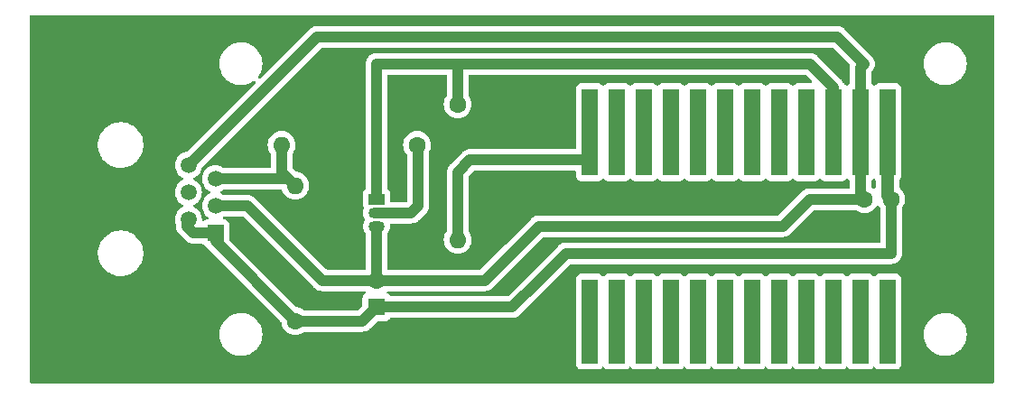
<source format=gbr>
%TF.GenerationSoftware,KiCad,Pcbnew,(6.0.9)*%
%TF.CreationDate,2022-11-22T09:39:27+01:00*%
%TF.ProjectId,esp32_ttgo_capaci.kicad_af,65737033-325f-4747-9467-6f5f63617061,rev?*%
%TF.SameCoordinates,Original*%
%TF.FileFunction,Copper,L1,Top*%
%TF.FilePolarity,Positive*%
%FSLAX46Y46*%
G04 Gerber Fmt 4.6, Leading zero omitted, Abs format (unit mm)*
G04 Created by KiCad (PCBNEW (6.0.9)) date 2022-11-22 09:39:27*
%MOMM*%
%LPD*%
G01*
G04 APERTURE LIST*
%TA.AperFunction,ComponentPad*%
%ADD10C,1.600000*%
%TD*%
%TA.AperFunction,ComponentPad*%
%ADD11O,1.600000X1.600000*%
%TD*%
%TA.AperFunction,ComponentPad*%
%ADD12R,1.600000X1.600000*%
%TD*%
%TA.AperFunction,ComponentPad*%
%ADD13R,1.500000X1.050000*%
%TD*%
%TA.AperFunction,ComponentPad*%
%ADD14O,1.500000X1.050000*%
%TD*%
%TA.AperFunction,ComponentPad*%
%ADD15R,1.524000X3.000000*%
%TD*%
%TA.AperFunction,ComponentPad*%
%ADD16R,1.520000X1.520000*%
%TD*%
%TA.AperFunction,ComponentPad*%
%ADD17C,1.520000*%
%TD*%
%TA.AperFunction,Conductor*%
%ADD18C,1.200000*%
%TD*%
%TA.AperFunction,Conductor*%
%ADD19C,1.000000*%
%TD*%
%TA.AperFunction,Conductor*%
%ADD20C,0.250000*%
%TD*%
G04 APERTURE END LIST*
D10*
%TO.P,R2,1*%
%TO.N,Net-(MCU1-Pad3)*%
X55880000Y-21590000D03*
D11*
%TO.P,R2,2*%
%TO.N,/3.3 volt*%
X55880000Y-34290000D03*
%TD*%
D12*
%TO.P,C1,1*%
%TO.N,/5 volt*%
X48260000Y-40600000D03*
D10*
%TO.P,C1,2*%
%TO.N,GND*%
X48260000Y-38100000D03*
%TD*%
D13*
%TO.P,Q1,1,C*%
%TO.N,Net-(MCU1-Pad3)*%
X48260000Y-30480000D03*
D14*
%TO.P,Q1,2,B*%
%TO.N,Net-(Q1-Pad2)*%
X48260000Y-31750000D03*
%TO.P,Q1,3,E*%
%TO.N,GND*%
X48260000Y-33020000D03*
%TD*%
D10*
%TO.P,R3,1*%
%TO.N,Net-(Q1-Pad2)*%
X52070000Y-25400000D03*
D11*
%TO.P,R3,2*%
%TO.N,Net-(J1-Pad5)*%
X39370000Y-25400000D03*
%TD*%
D10*
%TO.P,C2,1*%
%TO.N,/5 volt*%
X96520000Y-30480000D03*
%TO.P,C2,2*%
%TO.N,GND*%
X94020000Y-30480000D03*
%TD*%
D15*
%TO.P,MCU1,1,5V*%
%TO.N,/5 volt*%
X96175000Y-24257000D03*
X96175000Y-21590000D03*
X96175000Y-26797000D03*
%TO.P,MCU1,2,GND*%
%TO.N,GND*%
X93635000Y-24257000D03*
X93635000Y-21590000D03*
X93635000Y-26797000D03*
%TO.P,MCU1,3,GPIO27/ADC17/TOUCH7*%
%TO.N,Net-(MCU1-Pad3)*%
X91095000Y-26797000D03*
X91095000Y-24257000D03*
X91095000Y-21590000D03*
%TO.P,MCU1,4,GPIO26/ADC19/DAC2*%
%TO.N,unconnected-(MCU1-Pad4)*%
X88555000Y-21590000D03*
X88555000Y-26797000D03*
X88555000Y-24257000D03*
%TO.P,MCU1,5,GPIO25/ADC18/DAC1*%
%TO.N,unconnected-(MCU1-Pad5)*%
X86015000Y-21590000D03*
X86015000Y-24257000D03*
X86015000Y-26797000D03*
%TO.P,MCU1,6,GPIO33/ADC5/TOUCH8*%
%TO.N,unconnected-(MCU1-Pad6)*%
X83475000Y-26797000D03*
X83475000Y-24257000D03*
X83475000Y-21590000D03*
%TO.P,MCU1,7,GPIO32/ADC4/TOUCH9*%
%TO.N,unconnected-(MCU1-Pad7)*%
X80935000Y-24257000D03*
X80935000Y-21590000D03*
X80935000Y-26797000D03*
%TO.P,MCU1,8,GPIO39/ADC3/SVN*%
%TO.N,unconnected-(MCU1-Pad8)*%
X78395000Y-26797000D03*
X78395000Y-21590000D03*
X78395000Y-24257000D03*
%TO.P,MCU1,9,GPIO38*%
%TO.N,unconnected-(MCU1-Pad9)*%
X75855000Y-21590000D03*
X75855000Y-24257000D03*
X75855000Y-26797000D03*
%TO.P,MCU1,10,GPIO37*%
%TO.N,unconnected-(MCU1-Pad10)*%
X73315000Y-24257000D03*
X73315000Y-26797000D03*
X73315000Y-21590000D03*
%TO.P,MCU1,11,GPIO36/ADC0*%
%TO.N,unconnected-(MCU1-Pad11)*%
X70775000Y-24257000D03*
X70775000Y-21590000D03*
X70775000Y-26797000D03*
%TO.P,MCU1,12,3V3*%
%TO.N,/3.3 volt*%
X68235000Y-21590000D03*
X68235000Y-26797000D03*
X68235000Y-24257000D03*
%TO.P,MCU1,13,3V3*%
%TO.N,unconnected-(MCU1-Pad13)*%
X96175000Y-42037000D03*
X96175000Y-39497000D03*
X96175000Y-44450000D03*
%TO.P,MCU1,14,GND*%
%TO.N,unconnected-(MCU1-Pad14)*%
X93635000Y-44450000D03*
X93635000Y-42037000D03*
X93635000Y-39497000D03*
%TO.P,MCU1,15,GND*%
%TO.N,unconnected-(MCU1-Pad15)*%
X91095000Y-42037000D03*
X91095000Y-39497000D03*
X91095000Y-44450000D03*
%TO.P,MCU1,16,GPIO12/ADC15/TOUCH5*%
%TO.N,unconnected-(MCU1-Pad16)*%
X88555000Y-42037000D03*
X88555000Y-44450000D03*
X88555000Y-39497000D03*
%TO.P,MCU1,17,GPIO13/ADC14/TOUCH4*%
%TO.N,unconnected-(MCU1-Pad17)*%
X86015000Y-39497000D03*
X86015000Y-42037000D03*
X86015000Y-44450000D03*
%TO.P,MCU1,18,GPIO15/ADC13/TOUCH3*%
%TO.N,unconnected-(MCU1-Pad18)*%
X83475000Y-42037000D03*
X83475000Y-39497000D03*
X83475000Y-44450000D03*
%TO.P,MCU1,19,GPIO2/ADC12/TOUCH2*%
%TO.N,unconnected-(MCU1-Pad19)*%
X80935000Y-42037000D03*
X80935000Y-44450000D03*
X80935000Y-39497000D03*
%TO.P,MCU1,20,GPIO17*%
%TO.N,unconnected-(MCU1-Pad20)*%
X78395000Y-44450000D03*
X78395000Y-39497000D03*
X78395000Y-42037000D03*
%TO.P,MCU1,21,GPIO22/I2C_SCL*%
%TO.N,unconnected-(MCU1-Pad21)*%
X75855000Y-42037000D03*
X75855000Y-39497000D03*
X75855000Y-44450000D03*
%TO.P,MCU1,22,GPIO21/I2C_SDA*%
%TO.N,unconnected-(MCU1-Pad22)*%
X73315000Y-42037000D03*
X73315000Y-44450000D03*
X73315000Y-39497000D03*
%TO.P,MCU1,23,GND*%
%TO.N,unconnected-(MCU1-Pad23)*%
X70775000Y-42037000D03*
X70775000Y-39497000D03*
X70775000Y-44450000D03*
%TO.P,MCU1,24,GND*%
%TO.N,unconnected-(MCU1-Pad24)*%
X68235000Y-44450000D03*
X68235000Y-42037000D03*
X68235000Y-39497000D03*
%TD*%
D10*
%TO.P,R1,1*%
%TO.N,/5 volt*%
X40640000Y-41910000D03*
D11*
%TO.P,R1,2*%
%TO.N,Net-(J1-Pad5)*%
X40640000Y-29210000D03*
%TD*%
D16*
%TO.P,J1,1*%
%TO.N,/5 volt*%
X33170000Y-33650000D03*
D17*
%TO.P,J1,2*%
X30630000Y-32380000D03*
%TO.P,J1,3*%
%TO.N,GND*%
X33170000Y-31110000D03*
%TO.P,J1,4*%
%TO.N,unconnected-(J1-Pad4)*%
X30630000Y-29840000D03*
%TO.P,J1,5*%
%TO.N,Net-(J1-Pad5)*%
X33170000Y-28570000D03*
%TO.P,J1,6*%
%TO.N,GND*%
X30630000Y-27300000D03*
%TD*%
D18*
%TO.N,/5 volt*%
X96175000Y-26797000D02*
X96175000Y-30135000D01*
D19*
X33170000Y-34440000D02*
X40640000Y-41910000D01*
X61000000Y-40600000D02*
X63500000Y-38100000D01*
X96520000Y-35560000D02*
X96520000Y-30480000D01*
X66040000Y-35560000D02*
X96520000Y-35560000D01*
X46950000Y-41910000D02*
X48260000Y-40600000D01*
X33170000Y-33650000D02*
X33170000Y-34440000D01*
X30480000Y-32530000D02*
X30630000Y-32380000D01*
X63500000Y-38100000D02*
X66040000Y-35560000D01*
X48260000Y-40600000D02*
X61000000Y-40600000D01*
X31110000Y-33650000D02*
X30480000Y-33020000D01*
X33170000Y-33650000D02*
X31110000Y-33650000D01*
X40640000Y-41910000D02*
X46950000Y-41910000D01*
X96520000Y-30480000D02*
X96175000Y-30135000D01*
X30480000Y-33020000D02*
X30480000Y-32530000D01*
%TO.N,Net-(MCU1-Pad3)*%
X91095000Y-19975000D02*
X88900000Y-17780000D01*
X48260000Y-17780000D02*
X48260000Y-30480000D01*
X91095000Y-21590000D02*
X91095000Y-19975000D01*
X88900000Y-17780000D02*
X55880000Y-17780000D01*
X55880000Y-17780000D02*
X55880000Y-21590000D01*
X55880000Y-17780000D02*
X48260000Y-17780000D01*
%TO.N,GND*%
X93635000Y-26797000D02*
X93635000Y-30135000D01*
X58420000Y-38100000D02*
X48260000Y-38100000D01*
X94020000Y-30480000D02*
X88900000Y-30480000D01*
X93980000Y-17780000D02*
X93635000Y-18125000D01*
X63500000Y-33020000D02*
X58420000Y-38100000D01*
X48260000Y-38100000D02*
X43180000Y-38100000D01*
X48260000Y-33020000D02*
X48260000Y-38100000D01*
X86360000Y-33020000D02*
X63500000Y-33020000D01*
X30630000Y-27300000D02*
X42690000Y-15240000D01*
X36190000Y-31110000D02*
X33170000Y-31110000D01*
X43180000Y-38100000D02*
X36190000Y-31110000D01*
X93635000Y-30135000D02*
X93980000Y-30480000D01*
X93635000Y-18125000D02*
X93635000Y-21590000D01*
X88900000Y-30480000D02*
X86360000Y-33020000D01*
X42690000Y-15240000D02*
X91440000Y-15240000D01*
X91440000Y-15240000D02*
X93980000Y-17780000D01*
%TO.N,/3.3 volt*%
X57023000Y-26797000D02*
X68235000Y-26797000D01*
X55880000Y-27940000D02*
X57023000Y-26797000D01*
X55880000Y-34290000D02*
X55880000Y-27940000D01*
%TO.N,Net-(Q1-Pad2)*%
X51526661Y-31750000D02*
X52168008Y-31108653D01*
X48260000Y-31750000D02*
X51526661Y-31750000D01*
X52168008Y-25498008D02*
X52070000Y-25400000D01*
X52168008Y-31108653D02*
X52168008Y-25498008D01*
D20*
%TO.N,unconnected-(MCU1-Pad5)*%
X86432000Y-25527000D02*
X86432000Y-23912000D01*
D19*
%TO.N,Net-(J1-Pad5)*%
X39370000Y-27940000D02*
X39370000Y-25400000D01*
X40000000Y-28570000D02*
X40640000Y-29210000D01*
X33170000Y-28570000D02*
X40000000Y-28570000D01*
X39370000Y-27940000D02*
X40640000Y-29210000D01*
%TD*%
%TA.AperFunction,NonConductor*%
G36*
X94994145Y-28588187D02*
G01*
X95005819Y-28601659D01*
X95041328Y-28649038D01*
X95066174Y-28715543D01*
X95066500Y-28724601D01*
X95066500Y-29373886D01*
X95046498Y-29442007D01*
X94992842Y-29488500D01*
X94922568Y-29498604D01*
X94864968Y-29472848D01*
X94864300Y-29473802D01*
X94697229Y-29356817D01*
X94652901Y-29301360D01*
X94643500Y-29253604D01*
X94643500Y-28810796D01*
X94663502Y-28742675D01*
X94693935Y-28709970D01*
X94753080Y-28665643D01*
X94753081Y-28665642D01*
X94760261Y-28660261D01*
X94804174Y-28601668D01*
X94861033Y-28559153D01*
X94931852Y-28554127D01*
X94994145Y-28588187D01*
G37*
%TD.AperFunction*%
%TA.AperFunction,NonConductor*%
G36*
X54813621Y-18808502D02*
G01*
X54860114Y-18862158D01*
X54871500Y-18914500D01*
X54871500Y-20709260D01*
X54848713Y-20781531D01*
X54742477Y-20933251D01*
X54740154Y-20938233D01*
X54740151Y-20938238D01*
X54648039Y-21135775D01*
X54645716Y-21140757D01*
X54586457Y-21361913D01*
X54566502Y-21590000D01*
X54586457Y-21818087D01*
X54645716Y-22039243D01*
X54648039Y-22044224D01*
X54648039Y-22044225D01*
X54740151Y-22241762D01*
X54740154Y-22241767D01*
X54742477Y-22246749D01*
X54873802Y-22434300D01*
X55035700Y-22596198D01*
X55040208Y-22599355D01*
X55040211Y-22599357D01*
X55118389Y-22654098D01*
X55223251Y-22727523D01*
X55228233Y-22729846D01*
X55228238Y-22729849D01*
X55425775Y-22821961D01*
X55430757Y-22824284D01*
X55436065Y-22825706D01*
X55436067Y-22825707D01*
X55646598Y-22882119D01*
X55646600Y-22882119D01*
X55651913Y-22883543D01*
X55880000Y-22903498D01*
X56108087Y-22883543D01*
X56113400Y-22882119D01*
X56113402Y-22882119D01*
X56323933Y-22825707D01*
X56323935Y-22825706D01*
X56329243Y-22824284D01*
X56334225Y-22821961D01*
X56531762Y-22729849D01*
X56531767Y-22729846D01*
X56536749Y-22727523D01*
X56641611Y-22654098D01*
X56719789Y-22599357D01*
X56719792Y-22599355D01*
X56724300Y-22596198D01*
X56886198Y-22434300D01*
X57017523Y-22246749D01*
X57019846Y-22241767D01*
X57019849Y-22241762D01*
X57111961Y-22044225D01*
X57111961Y-22044224D01*
X57114284Y-22039243D01*
X57173543Y-21818087D01*
X57193498Y-21590000D01*
X57173543Y-21361913D01*
X57114284Y-21140757D01*
X57111961Y-21135775D01*
X57019849Y-20938238D01*
X57019846Y-20938233D01*
X57017523Y-20933251D01*
X56911287Y-20781531D01*
X56888500Y-20709260D01*
X56888500Y-18914500D01*
X56908502Y-18846379D01*
X56962158Y-18799886D01*
X57014500Y-18788500D01*
X88430075Y-18788500D01*
X88498196Y-18808502D01*
X88519170Y-18825405D01*
X89060170Y-19366405D01*
X89094196Y-19428717D01*
X89089131Y-19499532D01*
X89046584Y-19556368D01*
X88980064Y-19581179D01*
X88971075Y-19581500D01*
X87744866Y-19581500D01*
X87682684Y-19588255D01*
X87546295Y-19639385D01*
X87429739Y-19726739D01*
X87424358Y-19733919D01*
X87385826Y-19785332D01*
X87328967Y-19827847D01*
X87258148Y-19832873D01*
X87195855Y-19798813D01*
X87184174Y-19785332D01*
X87145642Y-19733919D01*
X87140261Y-19726739D01*
X87023705Y-19639385D01*
X86887316Y-19588255D01*
X86825134Y-19581500D01*
X85204866Y-19581500D01*
X85142684Y-19588255D01*
X85006295Y-19639385D01*
X84889739Y-19726739D01*
X84884358Y-19733919D01*
X84845826Y-19785332D01*
X84788967Y-19827847D01*
X84718148Y-19832873D01*
X84655855Y-19798813D01*
X84644174Y-19785332D01*
X84605642Y-19733919D01*
X84600261Y-19726739D01*
X84483705Y-19639385D01*
X84347316Y-19588255D01*
X84285134Y-19581500D01*
X82664866Y-19581500D01*
X82602684Y-19588255D01*
X82466295Y-19639385D01*
X82349739Y-19726739D01*
X82344358Y-19733919D01*
X82305826Y-19785332D01*
X82248967Y-19827847D01*
X82178148Y-19832873D01*
X82115855Y-19798813D01*
X82104174Y-19785332D01*
X82065642Y-19733919D01*
X82060261Y-19726739D01*
X81943705Y-19639385D01*
X81807316Y-19588255D01*
X81745134Y-19581500D01*
X80124866Y-19581500D01*
X80062684Y-19588255D01*
X79926295Y-19639385D01*
X79809739Y-19726739D01*
X79804358Y-19733919D01*
X79765826Y-19785332D01*
X79708967Y-19827847D01*
X79638148Y-19832873D01*
X79575855Y-19798813D01*
X79564174Y-19785332D01*
X79525642Y-19733919D01*
X79520261Y-19726739D01*
X79403705Y-19639385D01*
X79267316Y-19588255D01*
X79205134Y-19581500D01*
X77584866Y-19581500D01*
X77522684Y-19588255D01*
X77386295Y-19639385D01*
X77269739Y-19726739D01*
X77264358Y-19733919D01*
X77225826Y-19785332D01*
X77168967Y-19827847D01*
X77098148Y-19832873D01*
X77035855Y-19798813D01*
X77024174Y-19785332D01*
X76985642Y-19733919D01*
X76980261Y-19726739D01*
X76863705Y-19639385D01*
X76727316Y-19588255D01*
X76665134Y-19581500D01*
X75044866Y-19581500D01*
X74982684Y-19588255D01*
X74846295Y-19639385D01*
X74729739Y-19726739D01*
X74724358Y-19733919D01*
X74685826Y-19785332D01*
X74628967Y-19827847D01*
X74558148Y-19832873D01*
X74495855Y-19798813D01*
X74484174Y-19785332D01*
X74445642Y-19733919D01*
X74440261Y-19726739D01*
X74323705Y-19639385D01*
X74187316Y-19588255D01*
X74125134Y-19581500D01*
X72504866Y-19581500D01*
X72442684Y-19588255D01*
X72306295Y-19639385D01*
X72189739Y-19726739D01*
X72184358Y-19733919D01*
X72145826Y-19785332D01*
X72088967Y-19827847D01*
X72018148Y-19832873D01*
X71955855Y-19798813D01*
X71944174Y-19785332D01*
X71905642Y-19733919D01*
X71900261Y-19726739D01*
X71783705Y-19639385D01*
X71647316Y-19588255D01*
X71585134Y-19581500D01*
X69964866Y-19581500D01*
X69902684Y-19588255D01*
X69766295Y-19639385D01*
X69649739Y-19726739D01*
X69644358Y-19733919D01*
X69605826Y-19785332D01*
X69548967Y-19827847D01*
X69478148Y-19832873D01*
X69415855Y-19798813D01*
X69404174Y-19785332D01*
X69365642Y-19733919D01*
X69360261Y-19726739D01*
X69243705Y-19639385D01*
X69107316Y-19588255D01*
X69045134Y-19581500D01*
X67424866Y-19581500D01*
X67362684Y-19588255D01*
X67226295Y-19639385D01*
X67109739Y-19726739D01*
X67022385Y-19843295D01*
X66971255Y-19979684D01*
X66964500Y-20041866D01*
X66964500Y-25662500D01*
X66944498Y-25730621D01*
X66890842Y-25777114D01*
X66838500Y-25788500D01*
X57084842Y-25788500D01*
X57071235Y-25787763D01*
X57039737Y-25784341D01*
X57039732Y-25784341D01*
X57033611Y-25783676D01*
X57015611Y-25785251D01*
X56983609Y-25788050D01*
X56978784Y-25788379D01*
X56976313Y-25788500D01*
X56973231Y-25788500D01*
X56950763Y-25790703D01*
X56930489Y-25792691D01*
X56929174Y-25792813D01*
X56896913Y-25795636D01*
X56836587Y-25800913D01*
X56831468Y-25802400D01*
X56826167Y-25802920D01*
X56737166Y-25829791D01*
X56736033Y-25830126D01*
X56652586Y-25854370D01*
X56652582Y-25854372D01*
X56646664Y-25856091D01*
X56641932Y-25858544D01*
X56636831Y-25860084D01*
X56631388Y-25862978D01*
X56554740Y-25903731D01*
X56553574Y-25904343D01*
X56476547Y-25944271D01*
X56471074Y-25947108D01*
X56466911Y-25950431D01*
X56462204Y-25952934D01*
X56390082Y-26011755D01*
X56389226Y-26012446D01*
X56350027Y-26043738D01*
X56347523Y-26046242D01*
X56346805Y-26046884D01*
X56342472Y-26050585D01*
X56308938Y-26077935D01*
X56305011Y-26082682D01*
X56305009Y-26082684D01*
X56279713Y-26113262D01*
X56271723Y-26122042D01*
X55210621Y-27183145D01*
X55200478Y-27192247D01*
X55170975Y-27215968D01*
X55158237Y-27231149D01*
X55138709Y-27254421D01*
X55135528Y-27258069D01*
X55133885Y-27259881D01*
X55131691Y-27262075D01*
X55104358Y-27295349D01*
X55103696Y-27296147D01*
X55043846Y-27367474D01*
X55041278Y-27372144D01*
X55037897Y-27376261D01*
X55006860Y-27434145D01*
X54994023Y-27458086D01*
X54993394Y-27459245D01*
X54951538Y-27535381D01*
X54951535Y-27535389D01*
X54948567Y-27540787D01*
X54946955Y-27545869D01*
X54944438Y-27550563D01*
X54917238Y-27639531D01*
X54916918Y-27640559D01*
X54888765Y-27729306D01*
X54888171Y-27734602D01*
X54886613Y-27739698D01*
X54878304Y-27821498D01*
X54877218Y-27832187D01*
X54877089Y-27833393D01*
X54871500Y-27883227D01*
X54871500Y-27886754D01*
X54871445Y-27887739D01*
X54870998Y-27893419D01*
X54866626Y-27936462D01*
X54867206Y-27942593D01*
X54870941Y-27982109D01*
X54871500Y-27993967D01*
X54871500Y-33409260D01*
X54848713Y-33481531D01*
X54742477Y-33633251D01*
X54740154Y-33638233D01*
X54740151Y-33638238D01*
X54648039Y-33835775D01*
X54645716Y-33840757D01*
X54644294Y-33846065D01*
X54644293Y-33846067D01*
X54594261Y-34032787D01*
X54586457Y-34061913D01*
X54566502Y-34290000D01*
X54586457Y-34518087D01*
X54587881Y-34523400D01*
X54587881Y-34523402D01*
X54638800Y-34713431D01*
X54645716Y-34739243D01*
X54648039Y-34744224D01*
X54648039Y-34744225D01*
X54740151Y-34941762D01*
X54740154Y-34941767D01*
X54742477Y-34946749D01*
X54780033Y-35000384D01*
X54861125Y-35116195D01*
X54873802Y-35134300D01*
X55035700Y-35296198D01*
X55040208Y-35299355D01*
X55040211Y-35299357D01*
X55118389Y-35354098D01*
X55223251Y-35427523D01*
X55228233Y-35429846D01*
X55228238Y-35429849D01*
X55395857Y-35508010D01*
X55430757Y-35524284D01*
X55436065Y-35525706D01*
X55436067Y-35525707D01*
X55646598Y-35582119D01*
X55646600Y-35582119D01*
X55651913Y-35583543D01*
X55880000Y-35603498D01*
X56108087Y-35583543D01*
X56113400Y-35582119D01*
X56113402Y-35582119D01*
X56323933Y-35525707D01*
X56323935Y-35525706D01*
X56329243Y-35524284D01*
X56364143Y-35508010D01*
X56531762Y-35429849D01*
X56531767Y-35429846D01*
X56536749Y-35427523D01*
X56641611Y-35354098D01*
X56719789Y-35299357D01*
X56719792Y-35299355D01*
X56724300Y-35296198D01*
X56886198Y-35134300D01*
X56898876Y-35116195D01*
X56979967Y-35000384D01*
X57017523Y-34946749D01*
X57019846Y-34941767D01*
X57019849Y-34941762D01*
X57111961Y-34744225D01*
X57111961Y-34744224D01*
X57114284Y-34739243D01*
X57121201Y-34713431D01*
X57172119Y-34523402D01*
X57172119Y-34523400D01*
X57173543Y-34518087D01*
X57193498Y-34290000D01*
X57173543Y-34061913D01*
X57165739Y-34032787D01*
X57115707Y-33846067D01*
X57115706Y-33846065D01*
X57114284Y-33840757D01*
X57111961Y-33835775D01*
X57019849Y-33638238D01*
X57019846Y-33638233D01*
X57017523Y-33633251D01*
X56911287Y-33481531D01*
X56888500Y-33409260D01*
X56888500Y-28409926D01*
X56908502Y-28341805D01*
X56925404Y-28320831D01*
X57403829Y-27842405D01*
X57466142Y-27808380D01*
X57492925Y-27805500D01*
X66838500Y-27805500D01*
X66906621Y-27825502D01*
X66953114Y-27879158D01*
X66964500Y-27931500D01*
X66964500Y-28345134D01*
X66971255Y-28407316D01*
X67022385Y-28543705D01*
X67109739Y-28660261D01*
X67226295Y-28747615D01*
X67362684Y-28798745D01*
X67424866Y-28805500D01*
X69045134Y-28805500D01*
X69107316Y-28798745D01*
X69243705Y-28747615D01*
X69360261Y-28660261D01*
X69404174Y-28601668D01*
X69461033Y-28559153D01*
X69531852Y-28554127D01*
X69594145Y-28588187D01*
X69605825Y-28601667D01*
X69649739Y-28660261D01*
X69766295Y-28747615D01*
X69902684Y-28798745D01*
X69964866Y-28805500D01*
X71585134Y-28805500D01*
X71647316Y-28798745D01*
X71783705Y-28747615D01*
X71900261Y-28660261D01*
X71944174Y-28601668D01*
X72001033Y-28559153D01*
X72071852Y-28554127D01*
X72134145Y-28588187D01*
X72145825Y-28601667D01*
X72189739Y-28660261D01*
X72306295Y-28747615D01*
X72442684Y-28798745D01*
X72504866Y-28805500D01*
X74125134Y-28805500D01*
X74187316Y-28798745D01*
X74323705Y-28747615D01*
X74440261Y-28660261D01*
X74484174Y-28601668D01*
X74541033Y-28559153D01*
X74611852Y-28554127D01*
X74674145Y-28588187D01*
X74685825Y-28601667D01*
X74729739Y-28660261D01*
X74846295Y-28747615D01*
X74982684Y-28798745D01*
X75044866Y-28805500D01*
X76665134Y-28805500D01*
X76727316Y-28798745D01*
X76863705Y-28747615D01*
X76980261Y-28660261D01*
X77024174Y-28601668D01*
X77081033Y-28559153D01*
X77151852Y-28554127D01*
X77214145Y-28588187D01*
X77225825Y-28601667D01*
X77269739Y-28660261D01*
X77386295Y-28747615D01*
X77522684Y-28798745D01*
X77584866Y-28805500D01*
X79205134Y-28805500D01*
X79267316Y-28798745D01*
X79403705Y-28747615D01*
X79520261Y-28660261D01*
X79564174Y-28601668D01*
X79621033Y-28559153D01*
X79691852Y-28554127D01*
X79754145Y-28588187D01*
X79765825Y-28601667D01*
X79809739Y-28660261D01*
X79926295Y-28747615D01*
X80062684Y-28798745D01*
X80124866Y-28805500D01*
X81745134Y-28805500D01*
X81807316Y-28798745D01*
X81943705Y-28747615D01*
X82060261Y-28660261D01*
X82104174Y-28601668D01*
X82161033Y-28559153D01*
X82231852Y-28554127D01*
X82294145Y-28588187D01*
X82305825Y-28601667D01*
X82349739Y-28660261D01*
X82466295Y-28747615D01*
X82602684Y-28798745D01*
X82664866Y-28805500D01*
X84285134Y-28805500D01*
X84347316Y-28798745D01*
X84483705Y-28747615D01*
X84600261Y-28660261D01*
X84644174Y-28601668D01*
X84701033Y-28559153D01*
X84771852Y-28554127D01*
X84834145Y-28588187D01*
X84845825Y-28601667D01*
X84889739Y-28660261D01*
X85006295Y-28747615D01*
X85142684Y-28798745D01*
X85204866Y-28805500D01*
X86825134Y-28805500D01*
X86887316Y-28798745D01*
X87023705Y-28747615D01*
X87140261Y-28660261D01*
X87184174Y-28601668D01*
X87241033Y-28559153D01*
X87311852Y-28554127D01*
X87374145Y-28588187D01*
X87385825Y-28601667D01*
X87429739Y-28660261D01*
X87546295Y-28747615D01*
X87682684Y-28798745D01*
X87744866Y-28805500D01*
X89365134Y-28805500D01*
X89427316Y-28798745D01*
X89563705Y-28747615D01*
X89680261Y-28660261D01*
X89724174Y-28601668D01*
X89781033Y-28559153D01*
X89851852Y-28554127D01*
X89914145Y-28588187D01*
X89925825Y-28601667D01*
X89969739Y-28660261D01*
X90086295Y-28747615D01*
X90222684Y-28798745D01*
X90284866Y-28805500D01*
X91905134Y-28805500D01*
X91967316Y-28798745D01*
X92103705Y-28747615D01*
X92220261Y-28660261D01*
X92264174Y-28601668D01*
X92321033Y-28559153D01*
X92391852Y-28554127D01*
X92454145Y-28588187D01*
X92465825Y-28601667D01*
X92509739Y-28660261D01*
X92516919Y-28665642D01*
X92516920Y-28665643D01*
X92576065Y-28709970D01*
X92618580Y-28766830D01*
X92626500Y-28810796D01*
X92626500Y-29345500D01*
X92606498Y-29413621D01*
X92552842Y-29460114D01*
X92500500Y-29471500D01*
X88961840Y-29471500D01*
X88948232Y-29470763D01*
X88916736Y-29467341D01*
X88916732Y-29467341D01*
X88910611Y-29466676D01*
X88892611Y-29468251D01*
X88860609Y-29471050D01*
X88855784Y-29471379D01*
X88853313Y-29471500D01*
X88850231Y-29471500D01*
X88827763Y-29473703D01*
X88807489Y-29475691D01*
X88806174Y-29475813D01*
X88773913Y-29478636D01*
X88713587Y-29483913D01*
X88708468Y-29485400D01*
X88703167Y-29485920D01*
X88614133Y-29512801D01*
X88613000Y-29513136D01*
X88529578Y-29537373D01*
X88529574Y-29537375D01*
X88523663Y-29539092D01*
X88518934Y-29541543D01*
X88513831Y-29543084D01*
X88431669Y-29586770D01*
X88430627Y-29587317D01*
X88353545Y-29627272D01*
X88348074Y-29630108D01*
X88343911Y-29633431D01*
X88339204Y-29635934D01*
X88334430Y-29639828D01*
X88334428Y-29639829D01*
X88267105Y-29694737D01*
X88266160Y-29695500D01*
X88227027Y-29726739D01*
X88224536Y-29729230D01*
X88223809Y-29729880D01*
X88219463Y-29733592D01*
X88200588Y-29748987D01*
X88185938Y-29760935D01*
X88182015Y-29765677D01*
X88182013Y-29765679D01*
X88156703Y-29796273D01*
X88148713Y-29805053D01*
X85979171Y-31974595D01*
X85916859Y-32008621D01*
X85890076Y-32011500D01*
X63561843Y-32011500D01*
X63548236Y-32010763D01*
X63516738Y-32007341D01*
X63516733Y-32007341D01*
X63510612Y-32006676D01*
X63484362Y-32008973D01*
X63460612Y-32011050D01*
X63455786Y-32011379D01*
X63453314Y-32011500D01*
X63450231Y-32011500D01*
X63438262Y-32012674D01*
X63407494Y-32015690D01*
X63406181Y-32015812D01*
X63361916Y-32019685D01*
X63313587Y-32023913D01*
X63308468Y-32025400D01*
X63303167Y-32025920D01*
X63214166Y-32052791D01*
X63213033Y-32053126D01*
X63129586Y-32077370D01*
X63129582Y-32077372D01*
X63123664Y-32079091D01*
X63118932Y-32081544D01*
X63113831Y-32083084D01*
X63108388Y-32085978D01*
X63031740Y-32126731D01*
X63030574Y-32127343D01*
X62969723Y-32158886D01*
X62948074Y-32170108D01*
X62943911Y-32173431D01*
X62939204Y-32175934D01*
X62867082Y-32234755D01*
X62866226Y-32235446D01*
X62827027Y-32266738D01*
X62824523Y-32269242D01*
X62823805Y-32269884D01*
X62819472Y-32273585D01*
X62785938Y-32300935D01*
X62782011Y-32305682D01*
X62782009Y-32305684D01*
X62756713Y-32336262D01*
X62748723Y-32345042D01*
X60377832Y-34715934D01*
X58039171Y-37054595D01*
X57976859Y-37088621D01*
X57950076Y-37091500D01*
X49394500Y-37091500D01*
X49326379Y-37071498D01*
X49279886Y-37017842D01*
X49268500Y-36965500D01*
X49268500Y-33739713D01*
X49288502Y-33671592D01*
X49297415Y-33659398D01*
X49342027Y-33605472D01*
X49342029Y-33605469D01*
X49345956Y-33600722D01*
X49442356Y-33422435D01*
X49502290Y-33228820D01*
X49503574Y-33216609D01*
X49522832Y-33033378D01*
X49522832Y-33033377D01*
X49523476Y-33027250D01*
X49514175Y-32925048D01*
X49511524Y-32895920D01*
X49525269Y-32826267D01*
X49574490Y-32775102D01*
X49637005Y-32758500D01*
X51464818Y-32758500D01*
X51478425Y-32759237D01*
X51509923Y-32762659D01*
X51509928Y-32762659D01*
X51516049Y-32763324D01*
X51542299Y-32761027D01*
X51566049Y-32758950D01*
X51570875Y-32758621D01*
X51573347Y-32758500D01*
X51576430Y-32758500D01*
X51588399Y-32757326D01*
X51619167Y-32754310D01*
X51620480Y-32754188D01*
X51664745Y-32750315D01*
X51713074Y-32746087D01*
X51718193Y-32744600D01*
X51723494Y-32744080D01*
X51812495Y-32717209D01*
X51813628Y-32716874D01*
X51897075Y-32692630D01*
X51897079Y-32692628D01*
X51902997Y-32690909D01*
X51907729Y-32688456D01*
X51912830Y-32686916D01*
X51979058Y-32651703D01*
X51994921Y-32643269D01*
X51996087Y-32642657D01*
X52073114Y-32602729D01*
X52078587Y-32599892D01*
X52082750Y-32596569D01*
X52087457Y-32594066D01*
X52159579Y-32535245D01*
X52160435Y-32534554D01*
X52199634Y-32503262D01*
X52202138Y-32500758D01*
X52202856Y-32500116D01*
X52207189Y-32496415D01*
X52240723Y-32469065D01*
X52269949Y-32433736D01*
X52277940Y-32424955D01*
X52837387Y-31865508D01*
X52847530Y-31856406D01*
X52872226Y-31836550D01*
X52877033Y-31832685D01*
X52909300Y-31794231D01*
X52912481Y-31790583D01*
X52914125Y-31788770D01*
X52916317Y-31786578D01*
X52943588Y-31753377D01*
X52944370Y-31752435D01*
X52945423Y-31751181D01*
X53004162Y-31681179D01*
X53006731Y-31676506D01*
X53010111Y-31672391D01*
X53038285Y-31619849D01*
X53054036Y-31590473D01*
X53054665Y-31589315D01*
X53096473Y-31513265D01*
X53096473Y-31513264D01*
X53099441Y-31507866D01*
X53101052Y-31502788D01*
X53103571Y-31498090D01*
X53130761Y-31409155D01*
X53131144Y-31407925D01*
X53157379Y-31325223D01*
X53159243Y-31319347D01*
X53159836Y-31314056D01*
X53161396Y-31308955D01*
X53170803Y-31216342D01*
X53170923Y-31215222D01*
X53176508Y-31165426D01*
X53176508Y-31161897D01*
X53176563Y-31160914D01*
X53177012Y-31155209D01*
X53178430Y-31141257D01*
X53181382Y-31112190D01*
X53177067Y-31066541D01*
X53176508Y-31054684D01*
X53176508Y-26140771D01*
X53199294Y-26068501D01*
X53204367Y-26061256D01*
X53207523Y-26056749D01*
X53209846Y-26051767D01*
X53209849Y-26051762D01*
X53301961Y-25854225D01*
X53301961Y-25854224D01*
X53304284Y-25849243D01*
X53309407Y-25830126D01*
X53362119Y-25633402D01*
X53362119Y-25633400D01*
X53363543Y-25628087D01*
X53383498Y-25400000D01*
X53363543Y-25171913D01*
X53304284Y-24950757D01*
X53301961Y-24945775D01*
X53209849Y-24748238D01*
X53209846Y-24748233D01*
X53207523Y-24743251D01*
X53076198Y-24555700D01*
X52914300Y-24393802D01*
X52909792Y-24390645D01*
X52909789Y-24390643D01*
X52831611Y-24335902D01*
X52726749Y-24262477D01*
X52721767Y-24260154D01*
X52721762Y-24260151D01*
X52524225Y-24168039D01*
X52524224Y-24168039D01*
X52519243Y-24165716D01*
X52513935Y-24164294D01*
X52513933Y-24164293D01*
X52303402Y-24107881D01*
X52303400Y-24107881D01*
X52298087Y-24106457D01*
X52070000Y-24086502D01*
X51841913Y-24106457D01*
X51836600Y-24107881D01*
X51836598Y-24107881D01*
X51626067Y-24164293D01*
X51626065Y-24164294D01*
X51620757Y-24165716D01*
X51615776Y-24168039D01*
X51615775Y-24168039D01*
X51418238Y-24260151D01*
X51418233Y-24260154D01*
X51413251Y-24262477D01*
X51308389Y-24335902D01*
X51230211Y-24390643D01*
X51230208Y-24390645D01*
X51225700Y-24393802D01*
X51063802Y-24555700D01*
X50932477Y-24743251D01*
X50930154Y-24748233D01*
X50930151Y-24748238D01*
X50838039Y-24945775D01*
X50835716Y-24950757D01*
X50776457Y-25171913D01*
X50756502Y-25400000D01*
X50776457Y-25628087D01*
X50777881Y-25633400D01*
X50777881Y-25633402D01*
X50830594Y-25830126D01*
X50835716Y-25849243D01*
X50838039Y-25854224D01*
X50838039Y-25854225D01*
X50930151Y-26051762D01*
X50930154Y-26051767D01*
X50932477Y-26056749D01*
X51063802Y-26244300D01*
X51122603Y-26303101D01*
X51156629Y-26365413D01*
X51159508Y-26392196D01*
X51159508Y-30615500D01*
X51139506Y-30683621D01*
X51085850Y-30730114D01*
X51033508Y-30741500D01*
X49644500Y-30741500D01*
X49576379Y-30721498D01*
X49529886Y-30667842D01*
X49518500Y-30615500D01*
X49518500Y-29906866D01*
X49511745Y-29844684D01*
X49460615Y-29708295D01*
X49373261Y-29591739D01*
X49318935Y-29551024D01*
X49276420Y-29494165D01*
X49268500Y-29450198D01*
X49268500Y-18914500D01*
X49288502Y-18846379D01*
X49342158Y-18799886D01*
X49394500Y-18788500D01*
X54745500Y-18788500D01*
X54813621Y-18808502D01*
G37*
%TD.AperFunction*%
%TA.AperFunction,NonConductor*%
G36*
X91038196Y-16268502D02*
G01*
X91059170Y-16285405D01*
X92604549Y-17830784D01*
X92638575Y-17893096D01*
X92640809Y-17932612D01*
X92632218Y-18017187D01*
X92632089Y-18018393D01*
X92626500Y-18068227D01*
X92626500Y-18071754D01*
X92626445Y-18072739D01*
X92625998Y-18078419D01*
X92621626Y-18121462D01*
X92622206Y-18127593D01*
X92625941Y-18167109D01*
X92626500Y-18178967D01*
X92626500Y-19576204D01*
X92606498Y-19644325D01*
X92576065Y-19677030D01*
X92559920Y-19689130D01*
X92509739Y-19726739D01*
X92504358Y-19733919D01*
X92465826Y-19785332D01*
X92408967Y-19827847D01*
X92338148Y-19832873D01*
X92275855Y-19798813D01*
X92264174Y-19785332D01*
X92225642Y-19733919D01*
X92220261Y-19726739D01*
X92103705Y-19639385D01*
X92095296Y-19636233D01*
X92095295Y-19636232D01*
X92092257Y-19635093D01*
X92089682Y-19633159D01*
X92087425Y-19631923D01*
X92087603Y-19631597D01*
X92035492Y-19592452D01*
X92025234Y-19576263D01*
X91988269Y-19506740D01*
X91987657Y-19505574D01*
X91947729Y-19428547D01*
X91944892Y-19423074D01*
X91941569Y-19418911D01*
X91939066Y-19414204D01*
X91880261Y-19342102D01*
X91879433Y-19341075D01*
X91850469Y-19304792D01*
X91850464Y-19304787D01*
X91848262Y-19302028D01*
X91845761Y-19299527D01*
X91845119Y-19298809D01*
X91841406Y-19294461D01*
X91826426Y-19276094D01*
X91814065Y-19260938D01*
X91809323Y-19257015D01*
X91809321Y-19257013D01*
X91778727Y-19231703D01*
X91769947Y-19223713D01*
X89656855Y-17110621D01*
X89647753Y-17100478D01*
X89627897Y-17075782D01*
X89624032Y-17070975D01*
X89585578Y-17038708D01*
X89581931Y-17035528D01*
X89580119Y-17033885D01*
X89577925Y-17031691D01*
X89544651Y-17004358D01*
X89543853Y-17003696D01*
X89472526Y-16943846D01*
X89467856Y-16941278D01*
X89463739Y-16937897D01*
X89381914Y-16894023D01*
X89380755Y-16893394D01*
X89304619Y-16851538D01*
X89304611Y-16851535D01*
X89299213Y-16848567D01*
X89294131Y-16846955D01*
X89289437Y-16844438D01*
X89200469Y-16817238D01*
X89199441Y-16816918D01*
X89110694Y-16788765D01*
X89105398Y-16788171D01*
X89100302Y-16786613D01*
X89007743Y-16777210D01*
X89006607Y-16777089D01*
X88972992Y-16773319D01*
X88960270Y-16771892D01*
X88960266Y-16771892D01*
X88956773Y-16771500D01*
X88953246Y-16771500D01*
X88952261Y-16771445D01*
X88946581Y-16770998D01*
X88917175Y-16768011D01*
X88909663Y-16767248D01*
X88909661Y-16767248D01*
X88903538Y-16766626D01*
X88861259Y-16770623D01*
X88857891Y-16770941D01*
X88846033Y-16771500D01*
X55939873Y-16771500D01*
X55926703Y-16770810D01*
X55893204Y-16767289D01*
X55893202Y-16767289D01*
X55887075Y-16766645D01*
X55839430Y-16770981D01*
X55828010Y-16771500D01*
X48319873Y-16771500D01*
X48306703Y-16770810D01*
X48273204Y-16767289D01*
X48273202Y-16767289D01*
X48267075Y-16766645D01*
X48216827Y-16771218D01*
X48212793Y-16771500D01*
X48210231Y-16771500D01*
X48207173Y-16771800D01*
X48207169Y-16771800D01*
X48165404Y-16775895D01*
X48164529Y-16775977D01*
X48152432Y-16777078D01*
X48070112Y-16784570D01*
X48066703Y-16785573D01*
X48063167Y-16785920D01*
X47972279Y-16813361D01*
X47971610Y-16813561D01*
X47880381Y-16840410D01*
X47877228Y-16842058D01*
X47873831Y-16843084D01*
X47868401Y-16845971D01*
X47868399Y-16845972D01*
X47862650Y-16849029D01*
X47789899Y-16887711D01*
X47789319Y-16888016D01*
X47705110Y-16932040D01*
X47702342Y-16934265D01*
X47699204Y-16935934D01*
X47694426Y-16939831D01*
X47625628Y-16995941D01*
X47624944Y-16996494D01*
X47555782Y-17052102D01*
X47555776Y-17052108D01*
X47550975Y-17055968D01*
X47548692Y-17058689D01*
X47545938Y-17060935D01*
X47542011Y-17065682D01*
X47542009Y-17065684D01*
X47529045Y-17081355D01*
X47505529Y-17109782D01*
X47485441Y-17134064D01*
X47484935Y-17134671D01*
X47423846Y-17207474D01*
X47422134Y-17210589D01*
X47419870Y-17213325D01*
X47410145Y-17231312D01*
X47374700Y-17296865D01*
X47374298Y-17297603D01*
X47328567Y-17380787D01*
X47327494Y-17384170D01*
X47325802Y-17387299D01*
X47322767Y-17397104D01*
X47297725Y-17478002D01*
X47297468Y-17478822D01*
X47268765Y-17569306D01*
X47268369Y-17572837D01*
X47267318Y-17576232D01*
X47264849Y-17599724D01*
X47257396Y-17670638D01*
X47257311Y-17671421D01*
X47251500Y-17723227D01*
X47251500Y-17725800D01*
X47251180Y-17729776D01*
X47246645Y-17772925D01*
X47247204Y-17779065D01*
X47250981Y-17820570D01*
X47251500Y-17831990D01*
X47251500Y-29450198D01*
X47231498Y-29518319D01*
X47201065Y-29551024D01*
X47146739Y-29591739D01*
X47059385Y-29708295D01*
X47008255Y-29844684D01*
X47001500Y-29906866D01*
X47001500Y-31053134D01*
X47008255Y-31115316D01*
X47016290Y-31136749D01*
X47056232Y-31243296D01*
X47056234Y-31243299D01*
X47059385Y-31251705D01*
X47064773Y-31258894D01*
X47064906Y-31259137D01*
X47080076Y-31328494D01*
X47074752Y-31356907D01*
X47017710Y-31541180D01*
X47017066Y-31547305D01*
X47017066Y-31547306D01*
X47003429Y-31677051D01*
X46996524Y-31742750D01*
X46999370Y-31774022D01*
X47013018Y-31923979D01*
X47014894Y-31944596D01*
X47016632Y-31950502D01*
X47016633Y-31950506D01*
X47038238Y-32023913D01*
X47072119Y-32139029D01*
X47074972Y-32144486D01*
X47074973Y-32144489D01*
X47090339Y-32173881D01*
X47165923Y-32318460D01*
X47165923Y-32318462D01*
X47166019Y-32318645D01*
X47165984Y-32318663D01*
X47185889Y-32384441D01*
X47170729Y-32445409D01*
X47077644Y-32617565D01*
X47047677Y-32714372D01*
X47027460Y-32779684D01*
X47017710Y-32811180D01*
X47017066Y-32817305D01*
X47017066Y-32817306D01*
X47011339Y-32871797D01*
X46996524Y-33012750D01*
X47000769Y-33059388D01*
X47014151Y-33206427D01*
X47014894Y-33214596D01*
X47016632Y-33220502D01*
X47016633Y-33220506D01*
X47041917Y-33306412D01*
X47072119Y-33409029D01*
X47074972Y-33414486D01*
X47074973Y-33414489D01*
X47113837Y-33488829D01*
X47166019Y-33588645D01*
X47169879Y-33593445D01*
X47169879Y-33593446D01*
X47223697Y-33660382D01*
X47250793Y-33726004D01*
X47251500Y-33739334D01*
X47251500Y-36965500D01*
X47231498Y-37033621D01*
X47177842Y-37080114D01*
X47125500Y-37091500D01*
X43649924Y-37091500D01*
X43581803Y-37071498D01*
X43560829Y-37054595D01*
X36946855Y-30440621D01*
X36937753Y-30430478D01*
X36917897Y-30405782D01*
X36914032Y-30400975D01*
X36875578Y-30368708D01*
X36871931Y-30365528D01*
X36870119Y-30363885D01*
X36867925Y-30361691D01*
X36834651Y-30334358D01*
X36833853Y-30333696D01*
X36762526Y-30273846D01*
X36757856Y-30271278D01*
X36753739Y-30267897D01*
X36671914Y-30224023D01*
X36670755Y-30223394D01*
X36594619Y-30181538D01*
X36594611Y-30181535D01*
X36589213Y-30178567D01*
X36584131Y-30176955D01*
X36579437Y-30174438D01*
X36490469Y-30147238D01*
X36489441Y-30146918D01*
X36400694Y-30118765D01*
X36395398Y-30118171D01*
X36390302Y-30116613D01*
X36297743Y-30107210D01*
X36296607Y-30107089D01*
X36262992Y-30103319D01*
X36250270Y-30101892D01*
X36250266Y-30101892D01*
X36246773Y-30101500D01*
X36243246Y-30101500D01*
X36242261Y-30101445D01*
X36236581Y-30100998D01*
X36207175Y-30098011D01*
X36199663Y-30097248D01*
X36199661Y-30097248D01*
X36193538Y-30096626D01*
X36151259Y-30100623D01*
X36147891Y-30100941D01*
X36136033Y-30101500D01*
X33981002Y-30101500D01*
X33908731Y-30078713D01*
X33875771Y-30055634D01*
X33806673Y-30007251D01*
X33801691Y-30004928D01*
X33801686Y-30004925D01*
X33692894Y-29954195D01*
X33639609Y-29907278D01*
X33620148Y-29839000D01*
X33640690Y-29771041D01*
X33692894Y-29725805D01*
X33801686Y-29675075D01*
X33801691Y-29675072D01*
X33806673Y-29672749D01*
X33908731Y-29601287D01*
X33981002Y-29578500D01*
X39288612Y-29578500D01*
X39356733Y-29598502D01*
X39403226Y-29652158D01*
X39404937Y-29656337D01*
X39405716Y-29659243D01*
X39436754Y-29725805D01*
X39500151Y-29861762D01*
X39500154Y-29861767D01*
X39502477Y-29866749D01*
X39563708Y-29954195D01*
X39613829Y-30025775D01*
X39633802Y-30054300D01*
X39795700Y-30216198D01*
X39800208Y-30219355D01*
X39800211Y-30219357D01*
X39846706Y-30251913D01*
X39983251Y-30347523D01*
X39988233Y-30349846D01*
X39988238Y-30349849D01*
X40185775Y-30441961D01*
X40190757Y-30444284D01*
X40196065Y-30445706D01*
X40196067Y-30445707D01*
X40406598Y-30502119D01*
X40406600Y-30502119D01*
X40411913Y-30503543D01*
X40640000Y-30523498D01*
X40868087Y-30503543D01*
X40873400Y-30502119D01*
X40873402Y-30502119D01*
X41083933Y-30445707D01*
X41083935Y-30445706D01*
X41089243Y-30444284D01*
X41094225Y-30441961D01*
X41291762Y-30349849D01*
X41291767Y-30349846D01*
X41296749Y-30347523D01*
X41433294Y-30251913D01*
X41479789Y-30219357D01*
X41479792Y-30219355D01*
X41484300Y-30216198D01*
X41646198Y-30054300D01*
X41666172Y-30025775D01*
X41716292Y-29954195D01*
X41777523Y-29866749D01*
X41779846Y-29861767D01*
X41779849Y-29861762D01*
X41871961Y-29664225D01*
X41871961Y-29664224D01*
X41874284Y-29659243D01*
X41876183Y-29652158D01*
X41932119Y-29443402D01*
X41932119Y-29443400D01*
X41933543Y-29438087D01*
X41953498Y-29210000D01*
X41933543Y-28981913D01*
X41903143Y-28868458D01*
X41875707Y-28766067D01*
X41875706Y-28766065D01*
X41874284Y-28760757D01*
X41863323Y-28737251D01*
X41779849Y-28558238D01*
X41779846Y-28558233D01*
X41777523Y-28553251D01*
X41680519Y-28414715D01*
X41649357Y-28370211D01*
X41649355Y-28370208D01*
X41646198Y-28365700D01*
X41484300Y-28203802D01*
X41479792Y-28200645D01*
X41479789Y-28200643D01*
X41378197Y-28129508D01*
X41296749Y-28072477D01*
X41291767Y-28070154D01*
X41291762Y-28070151D01*
X41094225Y-27978039D01*
X41094224Y-27978039D01*
X41089243Y-27975716D01*
X41083935Y-27974294D01*
X41083933Y-27974293D01*
X40965627Y-27942593D01*
X40868087Y-27916457D01*
X40862605Y-27915977D01*
X40862597Y-27915976D01*
X40814654Y-27911781D01*
X40748536Y-27885918D01*
X40732352Y-27870034D01*
X40732203Y-27870180D01*
X40727900Y-27865786D01*
X40724032Y-27860975D01*
X40685836Y-27828925D01*
X40677732Y-27821498D01*
X40415405Y-27559171D01*
X40381379Y-27496859D01*
X40378500Y-27470076D01*
X40378500Y-26280740D01*
X40401287Y-26208469D01*
X40448690Y-26140771D01*
X40507523Y-26056749D01*
X40509846Y-26051767D01*
X40509849Y-26051762D01*
X40601961Y-25854225D01*
X40601961Y-25854224D01*
X40604284Y-25849243D01*
X40609407Y-25830126D01*
X40662119Y-25633402D01*
X40662119Y-25633400D01*
X40663543Y-25628087D01*
X40683498Y-25400000D01*
X40663543Y-25171913D01*
X40604284Y-24950757D01*
X40601961Y-24945775D01*
X40509849Y-24748238D01*
X40509846Y-24748233D01*
X40507523Y-24743251D01*
X40376198Y-24555700D01*
X40214300Y-24393802D01*
X40209792Y-24390645D01*
X40209789Y-24390643D01*
X40131611Y-24335902D01*
X40026749Y-24262477D01*
X40021767Y-24260154D01*
X40021762Y-24260151D01*
X39824225Y-24168039D01*
X39824224Y-24168039D01*
X39819243Y-24165716D01*
X39813935Y-24164294D01*
X39813933Y-24164293D01*
X39603402Y-24107881D01*
X39603400Y-24107881D01*
X39598087Y-24106457D01*
X39370000Y-24086502D01*
X39141913Y-24106457D01*
X39136600Y-24107881D01*
X39136598Y-24107881D01*
X38926067Y-24164293D01*
X38926065Y-24164294D01*
X38920757Y-24165716D01*
X38915776Y-24168039D01*
X38915775Y-24168039D01*
X38718238Y-24260151D01*
X38718233Y-24260154D01*
X38713251Y-24262477D01*
X38608389Y-24335902D01*
X38530211Y-24390643D01*
X38530208Y-24390645D01*
X38525700Y-24393802D01*
X38363802Y-24555700D01*
X38232477Y-24743251D01*
X38230154Y-24748233D01*
X38230151Y-24748238D01*
X38138039Y-24945775D01*
X38135716Y-24950757D01*
X38076457Y-25171913D01*
X38056502Y-25400000D01*
X38076457Y-25628087D01*
X38077881Y-25633400D01*
X38077881Y-25633402D01*
X38130594Y-25830126D01*
X38135716Y-25849243D01*
X38138039Y-25854224D01*
X38138039Y-25854225D01*
X38230151Y-26051762D01*
X38230154Y-26051767D01*
X38232477Y-26056749D01*
X38291310Y-26140771D01*
X38338713Y-26208469D01*
X38361500Y-26280740D01*
X38361500Y-27435500D01*
X38341498Y-27503621D01*
X38287842Y-27550114D01*
X38235500Y-27561500D01*
X33981002Y-27561500D01*
X33908731Y-27538713D01*
X33870938Y-27512250D01*
X33806673Y-27467251D01*
X33801691Y-27464928D01*
X33801686Y-27464925D01*
X33610492Y-27375770D01*
X33610491Y-27375769D01*
X33605510Y-27373447D01*
X33600202Y-27372025D01*
X33600200Y-27372024D01*
X33396429Y-27317424D01*
X33396427Y-27317424D01*
X33391114Y-27316000D01*
X33170000Y-27296655D01*
X32948886Y-27316000D01*
X32943573Y-27317424D01*
X32943571Y-27317424D01*
X32739800Y-27372024D01*
X32739798Y-27372025D01*
X32734490Y-27373447D01*
X32729510Y-27375769D01*
X32729508Y-27375770D01*
X32538315Y-27464925D01*
X32538310Y-27464928D01*
X32533328Y-27467251D01*
X32528821Y-27470407D01*
X32528819Y-27470408D01*
X32356021Y-27591402D01*
X32356018Y-27591404D01*
X32351510Y-27594561D01*
X32194561Y-27751510D01*
X32191404Y-27756018D01*
X32191402Y-27756021D01*
X32085468Y-27907311D01*
X32067251Y-27933328D01*
X32064928Y-27938310D01*
X32064925Y-27938315D01*
X32038974Y-27993967D01*
X31973447Y-28134490D01*
X31972025Y-28139798D01*
X31972024Y-28139800D01*
X31923517Y-28320831D01*
X31916000Y-28348886D01*
X31896655Y-28570000D01*
X31916000Y-28791114D01*
X31917424Y-28796427D01*
X31917424Y-28796429D01*
X31968593Y-28987393D01*
X31973447Y-29005510D01*
X31975769Y-29010490D01*
X31975770Y-29010492D01*
X32064925Y-29201685D01*
X32064928Y-29201690D01*
X32067251Y-29206672D01*
X32194561Y-29388490D01*
X32351510Y-29545439D01*
X32356018Y-29548596D01*
X32356021Y-29548598D01*
X32359486Y-29551024D01*
X32533327Y-29672749D01*
X32538309Y-29675072D01*
X32538314Y-29675075D01*
X32647106Y-29725805D01*
X32700391Y-29772722D01*
X32719852Y-29841000D01*
X32699310Y-29908959D01*
X32647106Y-29954195D01*
X32538315Y-30004925D01*
X32538310Y-30004928D01*
X32533328Y-30007251D01*
X32528821Y-30010407D01*
X32528819Y-30010408D01*
X32356021Y-30131402D01*
X32356018Y-30131404D01*
X32351510Y-30134561D01*
X32194561Y-30291510D01*
X32191404Y-30296018D01*
X32191402Y-30296021D01*
X32089214Y-30441961D01*
X32067251Y-30473328D01*
X32064928Y-30478310D01*
X32064925Y-30478315D01*
X31983011Y-30653979D01*
X31973447Y-30674490D01*
X31972025Y-30679798D01*
X31972024Y-30679800D01*
X31920902Y-30870591D01*
X31916000Y-30888886D01*
X31896655Y-31110000D01*
X31916000Y-31331114D01*
X31917424Y-31336427D01*
X31917424Y-31336429D01*
X31970710Y-31535294D01*
X31973447Y-31545510D01*
X31975769Y-31550490D01*
X31975770Y-31550492D01*
X32064925Y-31741685D01*
X32064928Y-31741690D01*
X32067251Y-31746672D01*
X32070407Y-31751179D01*
X32070408Y-31751181D01*
X32150461Y-31865508D01*
X32194561Y-31928490D01*
X32351510Y-32085439D01*
X32356018Y-32088596D01*
X32356021Y-32088598D01*
X32398726Y-32118500D01*
X32446978Y-32152286D01*
X32446979Y-32152287D01*
X32491307Y-32207744D01*
X32498616Y-32278363D01*
X32466585Y-32341724D01*
X32405384Y-32377709D01*
X32374708Y-32381500D01*
X32361866Y-32381500D01*
X32299684Y-32388255D01*
X32163295Y-32439385D01*
X32156110Y-32444770D01*
X32156108Y-32444771D01*
X32104431Y-32483501D01*
X32037924Y-32508349D01*
X31968542Y-32493296D01*
X31918312Y-32443122D01*
X31903048Y-32383389D01*
X31903345Y-32380000D01*
X31884000Y-32158886D01*
X31879284Y-32141286D01*
X31827976Y-31949800D01*
X31827975Y-31949798D01*
X31826553Y-31944490D01*
X31787470Y-31860677D01*
X31735075Y-31748315D01*
X31735072Y-31748310D01*
X31732749Y-31743328D01*
X31729592Y-31738819D01*
X31608598Y-31566021D01*
X31608596Y-31566018D01*
X31605439Y-31561510D01*
X31448490Y-31404561D01*
X31443982Y-31401404D01*
X31443979Y-31401402D01*
X31329170Y-31321012D01*
X31266673Y-31277251D01*
X31261691Y-31274928D01*
X31261686Y-31274925D01*
X31152894Y-31224195D01*
X31099609Y-31177278D01*
X31080148Y-31109000D01*
X31100690Y-31041041D01*
X31152894Y-30995805D01*
X31261686Y-30945075D01*
X31261691Y-30945072D01*
X31266673Y-30942749D01*
X31369725Y-30870591D01*
X31443979Y-30818598D01*
X31443982Y-30818596D01*
X31448490Y-30815439D01*
X31605439Y-30658490D01*
X31713599Y-30504022D01*
X31729592Y-30481181D01*
X31729593Y-30481179D01*
X31732749Y-30476672D01*
X31735072Y-30471690D01*
X31735075Y-30471685D01*
X31824230Y-30280492D01*
X31824231Y-30280490D01*
X31826553Y-30275510D01*
X31831408Y-30257393D01*
X31882576Y-30066429D01*
X31882576Y-30066427D01*
X31884000Y-30061114D01*
X31903345Y-29840000D01*
X31884000Y-29618886D01*
X31882576Y-29613571D01*
X31827976Y-29409800D01*
X31827975Y-29409798D01*
X31826553Y-29404490D01*
X31801906Y-29351634D01*
X31735075Y-29208315D01*
X31735072Y-29208310D01*
X31732749Y-29203328D01*
X31605439Y-29021510D01*
X31448490Y-28864561D01*
X31443982Y-28861404D01*
X31443979Y-28861402D01*
X31351188Y-28796429D01*
X31266673Y-28737251D01*
X31261691Y-28734928D01*
X31261686Y-28734925D01*
X31152894Y-28684195D01*
X31099609Y-28637278D01*
X31080148Y-28569000D01*
X31100690Y-28501041D01*
X31152894Y-28455805D01*
X31261686Y-28405075D01*
X31261691Y-28405072D01*
X31266673Y-28402749D01*
X31383664Y-28320831D01*
X31443979Y-28278598D01*
X31443982Y-28278596D01*
X31448490Y-28275439D01*
X31605439Y-28118490D01*
X31639287Y-28070151D01*
X31729592Y-27941181D01*
X31729593Y-27941179D01*
X31732749Y-27936672D01*
X31735072Y-27931690D01*
X31735075Y-27931685D01*
X31824230Y-27740492D01*
X31824231Y-27740490D01*
X31826553Y-27735510D01*
X31828216Y-27729306D01*
X31865166Y-27591402D01*
X31884000Y-27521114D01*
X31884479Y-27515637D01*
X31884480Y-27515632D01*
X31884689Y-27513240D01*
X31885076Y-27512250D01*
X31885435Y-27510215D01*
X31885844Y-27510287D01*
X31910549Y-27447120D01*
X31921115Y-27435120D01*
X43070829Y-16285405D01*
X43133141Y-16251379D01*
X43159924Y-16248500D01*
X90970075Y-16248500D01*
X91038196Y-16268502D01*
G37*
%TD.AperFunction*%
%TA.AperFunction,NonConductor*%
G36*
X95347890Y-31093934D02*
G01*
X95379118Y-31129973D01*
X95380154Y-31131767D01*
X95382477Y-31136749D01*
X95468174Y-31259137D01*
X95488713Y-31288469D01*
X95511500Y-31360740D01*
X95511500Y-34425500D01*
X95491498Y-34493621D01*
X95437842Y-34540114D01*
X95385500Y-34551500D01*
X66101840Y-34551500D01*
X66088232Y-34550763D01*
X66056736Y-34547341D01*
X66056732Y-34547341D01*
X66050611Y-34546676D01*
X66032611Y-34548251D01*
X66000609Y-34551050D01*
X65995784Y-34551379D01*
X65993313Y-34551500D01*
X65990231Y-34551500D01*
X65967763Y-34553703D01*
X65947489Y-34555691D01*
X65946174Y-34555813D01*
X65913913Y-34558636D01*
X65853587Y-34563913D01*
X65848468Y-34565400D01*
X65843167Y-34565920D01*
X65754133Y-34592801D01*
X65753000Y-34593136D01*
X65669578Y-34617373D01*
X65669574Y-34617375D01*
X65663663Y-34619092D01*
X65658934Y-34621543D01*
X65653831Y-34623084D01*
X65571669Y-34666770D01*
X65570627Y-34667317D01*
X65488074Y-34710108D01*
X65483911Y-34713431D01*
X65479204Y-34715934D01*
X65474430Y-34719828D01*
X65474428Y-34719829D01*
X65407105Y-34774737D01*
X65406160Y-34775500D01*
X65367027Y-34806739D01*
X65364536Y-34809230D01*
X65363809Y-34809880D01*
X65359463Y-34813592D01*
X65340588Y-34828987D01*
X65325938Y-34840935D01*
X65322015Y-34845677D01*
X65322013Y-34845679D01*
X65296703Y-34876273D01*
X65288713Y-34885053D01*
X62827032Y-37346734D01*
X62827027Y-37346738D01*
X62827017Y-37346748D01*
X60619171Y-39554595D01*
X60556859Y-39588620D01*
X60530076Y-39591500D01*
X49602275Y-39591500D01*
X49534154Y-39571498D01*
X49501449Y-39541065D01*
X49428642Y-39443919D01*
X49423261Y-39436739D01*
X49306705Y-39349385D01*
X49298304Y-39346236D01*
X49296082Y-39345019D01*
X49245936Y-39294760D01*
X49230923Y-39225369D01*
X49255809Y-39158877D01*
X49312693Y-39116395D01*
X49356592Y-39108500D01*
X58358157Y-39108500D01*
X58371764Y-39109237D01*
X58403262Y-39112659D01*
X58403267Y-39112659D01*
X58409388Y-39113324D01*
X58435638Y-39111027D01*
X58459388Y-39108950D01*
X58464214Y-39108621D01*
X58466686Y-39108500D01*
X58469769Y-39108500D01*
X58481738Y-39107326D01*
X58512506Y-39104310D01*
X58513819Y-39104188D01*
X58558084Y-39100315D01*
X58606413Y-39096087D01*
X58611532Y-39094600D01*
X58616833Y-39094080D01*
X58705834Y-39067209D01*
X58706967Y-39066874D01*
X58790414Y-39042630D01*
X58790418Y-39042628D01*
X58796336Y-39040909D01*
X58801068Y-39038456D01*
X58806169Y-39036916D01*
X58822062Y-39028466D01*
X58888260Y-38993269D01*
X58889426Y-38992657D01*
X58966453Y-38952729D01*
X58971926Y-38949892D01*
X58976089Y-38946569D01*
X58980796Y-38944066D01*
X59052918Y-38885245D01*
X59053774Y-38884554D01*
X59092973Y-38853262D01*
X59095477Y-38850758D01*
X59096195Y-38850116D01*
X59100528Y-38846415D01*
X59134062Y-38819065D01*
X59163288Y-38783737D01*
X59171277Y-38774958D01*
X61494313Y-36451922D01*
X63880829Y-34065405D01*
X63943141Y-34031379D01*
X63969924Y-34028500D01*
X86298157Y-34028500D01*
X86311764Y-34029237D01*
X86343262Y-34032659D01*
X86343267Y-34032659D01*
X86349388Y-34033324D01*
X86375638Y-34031027D01*
X86399388Y-34028950D01*
X86404214Y-34028621D01*
X86406686Y-34028500D01*
X86409769Y-34028500D01*
X86421738Y-34027326D01*
X86452506Y-34024310D01*
X86453819Y-34024188D01*
X86498084Y-34020315D01*
X86546413Y-34016087D01*
X86551532Y-34014600D01*
X86556833Y-34014080D01*
X86645834Y-33987209D01*
X86646967Y-33986874D01*
X86730414Y-33962630D01*
X86730418Y-33962628D01*
X86736336Y-33960909D01*
X86741068Y-33958456D01*
X86746169Y-33956916D01*
X86824592Y-33915219D01*
X86828260Y-33913269D01*
X86829426Y-33912657D01*
X86906453Y-33872729D01*
X86911926Y-33869892D01*
X86916089Y-33866569D01*
X86920796Y-33864066D01*
X86992918Y-33805245D01*
X86993774Y-33804554D01*
X87032973Y-33773262D01*
X87035477Y-33770758D01*
X87036195Y-33770116D01*
X87040528Y-33766415D01*
X87074062Y-33739065D01*
X87103288Y-33703737D01*
X87111277Y-33694958D01*
X89280830Y-31525405D01*
X89343142Y-31491379D01*
X89369925Y-31488500D01*
X93139260Y-31488500D01*
X93211531Y-31511287D01*
X93363251Y-31617523D01*
X93368233Y-31619846D01*
X93368238Y-31619849D01*
X93565775Y-31711961D01*
X93570757Y-31714284D01*
X93576065Y-31715706D01*
X93576067Y-31715707D01*
X93786598Y-31772119D01*
X93786600Y-31772119D01*
X93791913Y-31773543D01*
X94020000Y-31793498D01*
X94248087Y-31773543D01*
X94253400Y-31772119D01*
X94253402Y-31772119D01*
X94463933Y-31715707D01*
X94463935Y-31715706D01*
X94469243Y-31714284D01*
X94474225Y-31711961D01*
X94671762Y-31619849D01*
X94671767Y-31619846D01*
X94676749Y-31617523D01*
X94808307Y-31525405D01*
X94859789Y-31489357D01*
X94859792Y-31489355D01*
X94864300Y-31486198D01*
X95026198Y-31324300D01*
X95033880Y-31313330D01*
X95154369Y-31141253D01*
X95157523Y-31136749D01*
X95159846Y-31131767D01*
X95160882Y-31129973D01*
X95212266Y-31080981D01*
X95281979Y-31067546D01*
X95347890Y-31093934D01*
G37*
%TD.AperFunction*%
%TA.AperFunction,NonConductor*%
G36*
X35788196Y-32138502D02*
G01*
X35809170Y-32155405D01*
X42423145Y-38769379D01*
X42432247Y-38779522D01*
X42455968Y-38809025D01*
X42460696Y-38812992D01*
X42494421Y-38841291D01*
X42498069Y-38844472D01*
X42499881Y-38846115D01*
X42502075Y-38848309D01*
X42535349Y-38875642D01*
X42536147Y-38876304D01*
X42607474Y-38936154D01*
X42612144Y-38938722D01*
X42616261Y-38942103D01*
X42698120Y-38985995D01*
X42699280Y-38986624D01*
X42775389Y-39028466D01*
X42775394Y-39028468D01*
X42780787Y-39031433D01*
X42785865Y-39033044D01*
X42790563Y-39035563D01*
X42879498Y-39062753D01*
X42880702Y-39063128D01*
X42969306Y-39091235D01*
X42974597Y-39091828D01*
X42979698Y-39093388D01*
X42985830Y-39094011D01*
X42985836Y-39094012D01*
X43046338Y-39100157D01*
X43072263Y-39102790D01*
X43073450Y-39102916D01*
X43102838Y-39106213D01*
X43119730Y-39108108D01*
X43119735Y-39108108D01*
X43123227Y-39108500D01*
X43126752Y-39108500D01*
X43127737Y-39108555D01*
X43133432Y-39109003D01*
X43145342Y-39110213D01*
X43170334Y-39112752D01*
X43170339Y-39112752D01*
X43176462Y-39113374D01*
X43222108Y-39109059D01*
X43233967Y-39108500D01*
X47163408Y-39108500D01*
X47231529Y-39128502D01*
X47278022Y-39182158D01*
X47288126Y-39252432D01*
X47258632Y-39317012D01*
X47223918Y-39345019D01*
X47221696Y-39346236D01*
X47213295Y-39349385D01*
X47096739Y-39436739D01*
X47009385Y-39553295D01*
X46958255Y-39689684D01*
X46951500Y-39751866D01*
X46951500Y-40430076D01*
X46931498Y-40498197D01*
X46914595Y-40519171D01*
X46569171Y-40864595D01*
X46506859Y-40898621D01*
X46480076Y-40901500D01*
X41520740Y-40901500D01*
X41448469Y-40878713D01*
X41428306Y-40864595D01*
X41296749Y-40772477D01*
X41291767Y-40770154D01*
X41291762Y-40770151D01*
X41094225Y-40678039D01*
X41094224Y-40678039D01*
X41089243Y-40675716D01*
X41083935Y-40674294D01*
X41083933Y-40674293D01*
X41015859Y-40656053D01*
X40868087Y-40616457D01*
X40809231Y-40611308D01*
X40743113Y-40585445D01*
X40731117Y-40574882D01*
X34475405Y-34319171D01*
X34441379Y-34256859D01*
X34438500Y-34230076D01*
X34438500Y-32841866D01*
X34431745Y-32779684D01*
X34380615Y-32643295D01*
X34293261Y-32526739D01*
X34176705Y-32439385D01*
X34040316Y-32388255D01*
X33978134Y-32381500D01*
X33965292Y-32381500D01*
X33897171Y-32361498D01*
X33850678Y-32307842D01*
X33840574Y-32237568D01*
X33870068Y-32172988D01*
X33893023Y-32152286D01*
X33908733Y-32141286D01*
X33981002Y-32118500D01*
X35720075Y-32118500D01*
X35788196Y-32138502D01*
G37*
%TD.AperFunction*%
%TA.AperFunction,NonConductor*%
G36*
X106113621Y-13228502D02*
G01*
X106160114Y-13282158D01*
X106171500Y-13334500D01*
X106171500Y-47625500D01*
X106151498Y-47693621D01*
X106097842Y-47740114D01*
X106045500Y-47751500D01*
X15874500Y-47751500D01*
X15806379Y-47731498D01*
X15759886Y-47677842D01*
X15748500Y-47625500D01*
X15748500Y-45998134D01*
X66964500Y-45998134D01*
X66971255Y-46060316D01*
X67022385Y-46196705D01*
X67109739Y-46313261D01*
X67226295Y-46400615D01*
X67362684Y-46451745D01*
X67424866Y-46458500D01*
X69045134Y-46458500D01*
X69107316Y-46451745D01*
X69243705Y-46400615D01*
X69360261Y-46313261D01*
X69404174Y-46254668D01*
X69461033Y-46212153D01*
X69531852Y-46207127D01*
X69594145Y-46241187D01*
X69605825Y-46254667D01*
X69649739Y-46313261D01*
X69766295Y-46400615D01*
X69902684Y-46451745D01*
X69964866Y-46458500D01*
X71585134Y-46458500D01*
X71647316Y-46451745D01*
X71783705Y-46400615D01*
X71900261Y-46313261D01*
X71944174Y-46254668D01*
X72001033Y-46212153D01*
X72071852Y-46207127D01*
X72134145Y-46241187D01*
X72145825Y-46254667D01*
X72189739Y-46313261D01*
X72306295Y-46400615D01*
X72442684Y-46451745D01*
X72504866Y-46458500D01*
X74125134Y-46458500D01*
X74187316Y-46451745D01*
X74323705Y-46400615D01*
X74440261Y-46313261D01*
X74484174Y-46254668D01*
X74541033Y-46212153D01*
X74611852Y-46207127D01*
X74674145Y-46241187D01*
X74685825Y-46254667D01*
X74729739Y-46313261D01*
X74846295Y-46400615D01*
X74982684Y-46451745D01*
X75044866Y-46458500D01*
X76665134Y-46458500D01*
X76727316Y-46451745D01*
X76863705Y-46400615D01*
X76980261Y-46313261D01*
X77024174Y-46254668D01*
X77081033Y-46212153D01*
X77151852Y-46207127D01*
X77214145Y-46241187D01*
X77225825Y-46254667D01*
X77269739Y-46313261D01*
X77386295Y-46400615D01*
X77522684Y-46451745D01*
X77584866Y-46458500D01*
X79205134Y-46458500D01*
X79267316Y-46451745D01*
X79403705Y-46400615D01*
X79520261Y-46313261D01*
X79564174Y-46254668D01*
X79621033Y-46212153D01*
X79691852Y-46207127D01*
X79754145Y-46241187D01*
X79765825Y-46254667D01*
X79809739Y-46313261D01*
X79926295Y-46400615D01*
X80062684Y-46451745D01*
X80124866Y-46458500D01*
X81745134Y-46458500D01*
X81807316Y-46451745D01*
X81943705Y-46400615D01*
X82060261Y-46313261D01*
X82104174Y-46254668D01*
X82161033Y-46212153D01*
X82231852Y-46207127D01*
X82294145Y-46241187D01*
X82305825Y-46254667D01*
X82349739Y-46313261D01*
X82466295Y-46400615D01*
X82602684Y-46451745D01*
X82664866Y-46458500D01*
X84285134Y-46458500D01*
X84347316Y-46451745D01*
X84483705Y-46400615D01*
X84600261Y-46313261D01*
X84644174Y-46254668D01*
X84701033Y-46212153D01*
X84771852Y-46207127D01*
X84834145Y-46241187D01*
X84845825Y-46254667D01*
X84889739Y-46313261D01*
X85006295Y-46400615D01*
X85142684Y-46451745D01*
X85204866Y-46458500D01*
X86825134Y-46458500D01*
X86887316Y-46451745D01*
X87023705Y-46400615D01*
X87140261Y-46313261D01*
X87184174Y-46254668D01*
X87241033Y-46212153D01*
X87311852Y-46207127D01*
X87374145Y-46241187D01*
X87385825Y-46254667D01*
X87429739Y-46313261D01*
X87546295Y-46400615D01*
X87682684Y-46451745D01*
X87744866Y-46458500D01*
X89365134Y-46458500D01*
X89427316Y-46451745D01*
X89563705Y-46400615D01*
X89680261Y-46313261D01*
X89724174Y-46254668D01*
X89781033Y-46212153D01*
X89851852Y-46207127D01*
X89914145Y-46241187D01*
X89925825Y-46254667D01*
X89969739Y-46313261D01*
X90086295Y-46400615D01*
X90222684Y-46451745D01*
X90284866Y-46458500D01*
X91905134Y-46458500D01*
X91967316Y-46451745D01*
X92103705Y-46400615D01*
X92220261Y-46313261D01*
X92264174Y-46254668D01*
X92321033Y-46212153D01*
X92391852Y-46207127D01*
X92454145Y-46241187D01*
X92465825Y-46254667D01*
X92509739Y-46313261D01*
X92626295Y-46400615D01*
X92762684Y-46451745D01*
X92824866Y-46458500D01*
X94445134Y-46458500D01*
X94507316Y-46451745D01*
X94643705Y-46400615D01*
X94760261Y-46313261D01*
X94804174Y-46254668D01*
X94861033Y-46212153D01*
X94931852Y-46207127D01*
X94994145Y-46241187D01*
X95005825Y-46254667D01*
X95049739Y-46313261D01*
X95166295Y-46400615D01*
X95302684Y-46451745D01*
X95364866Y-46458500D01*
X96985134Y-46458500D01*
X97047316Y-46451745D01*
X97183705Y-46400615D01*
X97300261Y-46313261D01*
X97387615Y-46196705D01*
X97438745Y-46060316D01*
X97445500Y-45998134D01*
X97445500Y-43158918D01*
X99586917Y-43158918D01*
X99587334Y-43166156D01*
X99602682Y-43432320D01*
X99655405Y-43701053D01*
X99656792Y-43705103D01*
X99656793Y-43705108D01*
X99742723Y-43956088D01*
X99744112Y-43960144D01*
X99773238Y-44018054D01*
X99842837Y-44156437D01*
X99867160Y-44204799D01*
X99869586Y-44208328D01*
X99869589Y-44208334D01*
X100019843Y-44426953D01*
X100022274Y-44430490D01*
X100206582Y-44633043D01*
X100416675Y-44808707D01*
X100420316Y-44810991D01*
X100645024Y-44951951D01*
X100645028Y-44951953D01*
X100648664Y-44954234D01*
X100716544Y-44984883D01*
X100894345Y-45065164D01*
X100894349Y-45065166D01*
X100898257Y-45066930D01*
X100902377Y-45068150D01*
X100902376Y-45068150D01*
X101156723Y-45143491D01*
X101156727Y-45143492D01*
X101160836Y-45144709D01*
X101165070Y-45145357D01*
X101165075Y-45145358D01*
X101427298Y-45185483D01*
X101427300Y-45185483D01*
X101431540Y-45186132D01*
X101570912Y-45188322D01*
X101701071Y-45190367D01*
X101701077Y-45190367D01*
X101705362Y-45190434D01*
X101977235Y-45157534D01*
X102242127Y-45088041D01*
X102246087Y-45086401D01*
X102246092Y-45086399D01*
X102368631Y-45035641D01*
X102495136Y-44983241D01*
X102731582Y-44845073D01*
X102947089Y-44676094D01*
X102988809Y-44633043D01*
X103134686Y-44482509D01*
X103137669Y-44479431D01*
X103140202Y-44475983D01*
X103140206Y-44475978D01*
X103297257Y-44262178D01*
X103299795Y-44258723D01*
X103327154Y-44208334D01*
X103428418Y-44021830D01*
X103428419Y-44021828D01*
X103430468Y-44018054D01*
X103527269Y-43761877D01*
X103568173Y-43583279D01*
X103587449Y-43499117D01*
X103587450Y-43499113D01*
X103588407Y-43494933D01*
X103596910Y-43399665D01*
X103612531Y-43224627D01*
X103612531Y-43224625D01*
X103612751Y-43222161D01*
X103613193Y-43180000D01*
X103610600Y-43141961D01*
X103594859Y-42911055D01*
X103594858Y-42911049D01*
X103594567Y-42906778D01*
X103593640Y-42902299D01*
X103539901Y-42642809D01*
X103539032Y-42638612D01*
X103447617Y-42380465D01*
X103348549Y-42188524D01*
X103323978Y-42140919D01*
X103323978Y-42140918D01*
X103322013Y-42137112D01*
X103312040Y-42122921D01*
X103167008Y-41916562D01*
X103164545Y-41913057D01*
X103094466Y-41837643D01*
X102981046Y-41715588D01*
X102981043Y-41715585D01*
X102978125Y-41712445D01*
X102974810Y-41709731D01*
X102974806Y-41709728D01*
X102769523Y-41541706D01*
X102766205Y-41538990D01*
X102532704Y-41395901D01*
X102528768Y-41394173D01*
X102285873Y-41287549D01*
X102285869Y-41287548D01*
X102281945Y-41285825D01*
X102018566Y-41210800D01*
X102014324Y-41210196D01*
X102014318Y-41210195D01*
X101813834Y-41181662D01*
X101747443Y-41172213D01*
X101603589Y-41171460D01*
X101477877Y-41170802D01*
X101477871Y-41170802D01*
X101473591Y-41170780D01*
X101469347Y-41171339D01*
X101469343Y-41171339D01*
X101350302Y-41187011D01*
X101202078Y-41206525D01*
X101197938Y-41207658D01*
X101197936Y-41207658D01*
X101125008Y-41227609D01*
X100937928Y-41278788D01*
X100933980Y-41280472D01*
X100689982Y-41384546D01*
X100689978Y-41384548D01*
X100686030Y-41386232D01*
X100580547Y-41449362D01*
X100454725Y-41524664D01*
X100454721Y-41524667D01*
X100451043Y-41526868D01*
X100237318Y-41698094D01*
X100048808Y-41896742D01*
X99889002Y-42119136D01*
X99760857Y-42361161D01*
X99759385Y-42365184D01*
X99759383Y-42365188D01*
X99668214Y-42614317D01*
X99666743Y-42618337D01*
X99608404Y-42885907D01*
X99586917Y-43158918D01*
X97445500Y-43158918D01*
X97445500Y-37948866D01*
X97438745Y-37886684D01*
X97387615Y-37750295D01*
X97300261Y-37633739D01*
X97183705Y-37546385D01*
X97047316Y-37495255D01*
X96985134Y-37488500D01*
X95364866Y-37488500D01*
X95302684Y-37495255D01*
X95166295Y-37546385D01*
X95049739Y-37633739D01*
X95005826Y-37692332D01*
X94948967Y-37734847D01*
X94878148Y-37739873D01*
X94815855Y-37705813D01*
X94804174Y-37692332D01*
X94760261Y-37633739D01*
X94643705Y-37546385D01*
X94507316Y-37495255D01*
X94445134Y-37488500D01*
X92824866Y-37488500D01*
X92762684Y-37495255D01*
X92626295Y-37546385D01*
X92509739Y-37633739D01*
X92465826Y-37692332D01*
X92408967Y-37734847D01*
X92338148Y-37739873D01*
X92275855Y-37705813D01*
X92264174Y-37692332D01*
X92220261Y-37633739D01*
X92103705Y-37546385D01*
X91967316Y-37495255D01*
X91905134Y-37488500D01*
X90284866Y-37488500D01*
X90222684Y-37495255D01*
X90086295Y-37546385D01*
X89969739Y-37633739D01*
X89925826Y-37692332D01*
X89868967Y-37734847D01*
X89798148Y-37739873D01*
X89735855Y-37705813D01*
X89724174Y-37692332D01*
X89680261Y-37633739D01*
X89563705Y-37546385D01*
X89427316Y-37495255D01*
X89365134Y-37488500D01*
X87744866Y-37488500D01*
X87682684Y-37495255D01*
X87546295Y-37546385D01*
X87429739Y-37633739D01*
X87385826Y-37692332D01*
X87328967Y-37734847D01*
X87258148Y-37739873D01*
X87195855Y-37705813D01*
X87184174Y-37692332D01*
X87140261Y-37633739D01*
X87023705Y-37546385D01*
X86887316Y-37495255D01*
X86825134Y-37488500D01*
X85204866Y-37488500D01*
X85142684Y-37495255D01*
X85006295Y-37546385D01*
X84889739Y-37633739D01*
X84845826Y-37692332D01*
X84788967Y-37734847D01*
X84718148Y-37739873D01*
X84655855Y-37705813D01*
X84644174Y-37692332D01*
X84600261Y-37633739D01*
X84483705Y-37546385D01*
X84347316Y-37495255D01*
X84285134Y-37488500D01*
X82664866Y-37488500D01*
X82602684Y-37495255D01*
X82466295Y-37546385D01*
X82349739Y-37633739D01*
X82305826Y-37692332D01*
X82248967Y-37734847D01*
X82178148Y-37739873D01*
X82115855Y-37705813D01*
X82104174Y-37692332D01*
X82060261Y-37633739D01*
X81943705Y-37546385D01*
X81807316Y-37495255D01*
X81745134Y-37488500D01*
X80124866Y-37488500D01*
X80062684Y-37495255D01*
X79926295Y-37546385D01*
X79809739Y-37633739D01*
X79765826Y-37692332D01*
X79708967Y-37734847D01*
X79638148Y-37739873D01*
X79575855Y-37705813D01*
X79564174Y-37692332D01*
X79520261Y-37633739D01*
X79403705Y-37546385D01*
X79267316Y-37495255D01*
X79205134Y-37488500D01*
X77584866Y-37488500D01*
X77522684Y-37495255D01*
X77386295Y-37546385D01*
X77269739Y-37633739D01*
X77225826Y-37692332D01*
X77168967Y-37734847D01*
X77098148Y-37739873D01*
X77035855Y-37705813D01*
X77024174Y-37692332D01*
X76980261Y-37633739D01*
X76863705Y-37546385D01*
X76727316Y-37495255D01*
X76665134Y-37488500D01*
X75044866Y-37488500D01*
X74982684Y-37495255D01*
X74846295Y-37546385D01*
X74729739Y-37633739D01*
X74685826Y-37692332D01*
X74628967Y-37734847D01*
X74558148Y-37739873D01*
X74495855Y-37705813D01*
X74484174Y-37692332D01*
X74440261Y-37633739D01*
X74323705Y-37546385D01*
X74187316Y-37495255D01*
X74125134Y-37488500D01*
X72504866Y-37488500D01*
X72442684Y-37495255D01*
X72306295Y-37546385D01*
X72189739Y-37633739D01*
X72145826Y-37692332D01*
X72088967Y-37734847D01*
X72018148Y-37739873D01*
X71955855Y-37705813D01*
X71944174Y-37692332D01*
X71900261Y-37633739D01*
X71783705Y-37546385D01*
X71647316Y-37495255D01*
X71585134Y-37488500D01*
X69964866Y-37488500D01*
X69902684Y-37495255D01*
X69766295Y-37546385D01*
X69649739Y-37633739D01*
X69605826Y-37692332D01*
X69548967Y-37734847D01*
X69478148Y-37739873D01*
X69415855Y-37705813D01*
X69404174Y-37692332D01*
X69360261Y-37633739D01*
X69243705Y-37546385D01*
X69107316Y-37495255D01*
X69045134Y-37488500D01*
X67424866Y-37488500D01*
X67362684Y-37495255D01*
X67226295Y-37546385D01*
X67109739Y-37633739D01*
X67022385Y-37750295D01*
X66971255Y-37886684D01*
X66964500Y-37948866D01*
X66964500Y-45998134D01*
X15748500Y-45998134D01*
X15748500Y-43158918D01*
X33546917Y-43158918D01*
X33547334Y-43166156D01*
X33562682Y-43432320D01*
X33615405Y-43701053D01*
X33616792Y-43705103D01*
X33616793Y-43705108D01*
X33702723Y-43956088D01*
X33704112Y-43960144D01*
X33733238Y-44018054D01*
X33802837Y-44156437D01*
X33827160Y-44204799D01*
X33829586Y-44208328D01*
X33829589Y-44208334D01*
X33979843Y-44426953D01*
X33982274Y-44430490D01*
X34166582Y-44633043D01*
X34376675Y-44808707D01*
X34380316Y-44810991D01*
X34605024Y-44951951D01*
X34605028Y-44951953D01*
X34608664Y-44954234D01*
X34676544Y-44984883D01*
X34854345Y-45065164D01*
X34854349Y-45065166D01*
X34858257Y-45066930D01*
X34862377Y-45068150D01*
X34862376Y-45068150D01*
X35116723Y-45143491D01*
X35116727Y-45143492D01*
X35120836Y-45144709D01*
X35125070Y-45145357D01*
X35125075Y-45145358D01*
X35387298Y-45185483D01*
X35387300Y-45185483D01*
X35391540Y-45186132D01*
X35530912Y-45188322D01*
X35661071Y-45190367D01*
X35661077Y-45190367D01*
X35665362Y-45190434D01*
X35937235Y-45157534D01*
X36202127Y-45088041D01*
X36206087Y-45086401D01*
X36206092Y-45086399D01*
X36328631Y-45035641D01*
X36455136Y-44983241D01*
X36691582Y-44845073D01*
X36907089Y-44676094D01*
X36948809Y-44633043D01*
X37094686Y-44482509D01*
X37097669Y-44479431D01*
X37100202Y-44475983D01*
X37100206Y-44475978D01*
X37257257Y-44262178D01*
X37259795Y-44258723D01*
X37287154Y-44208334D01*
X37388418Y-44021830D01*
X37388419Y-44021828D01*
X37390468Y-44018054D01*
X37487269Y-43761877D01*
X37528173Y-43583279D01*
X37547449Y-43499117D01*
X37547450Y-43499113D01*
X37548407Y-43494933D01*
X37556910Y-43399665D01*
X37572531Y-43224627D01*
X37572531Y-43224625D01*
X37572751Y-43222161D01*
X37573193Y-43180000D01*
X37570600Y-43141961D01*
X37554859Y-42911055D01*
X37554858Y-42911049D01*
X37554567Y-42906778D01*
X37553640Y-42902299D01*
X37499901Y-42642809D01*
X37499032Y-42638612D01*
X37407617Y-42380465D01*
X37308549Y-42188524D01*
X37283978Y-42140919D01*
X37283978Y-42140918D01*
X37282013Y-42137112D01*
X37272040Y-42122921D01*
X37127008Y-41916562D01*
X37124545Y-41913057D01*
X37054466Y-41837643D01*
X36941046Y-41715588D01*
X36941043Y-41715585D01*
X36938125Y-41712445D01*
X36934810Y-41709731D01*
X36934806Y-41709728D01*
X36729523Y-41541706D01*
X36726205Y-41538990D01*
X36492704Y-41395901D01*
X36488768Y-41394173D01*
X36245873Y-41287549D01*
X36245869Y-41287548D01*
X36241945Y-41285825D01*
X35978566Y-41210800D01*
X35974324Y-41210196D01*
X35974318Y-41210195D01*
X35773834Y-41181662D01*
X35707443Y-41172213D01*
X35563589Y-41171460D01*
X35437877Y-41170802D01*
X35437871Y-41170802D01*
X35433591Y-41170780D01*
X35429347Y-41171339D01*
X35429343Y-41171339D01*
X35310302Y-41187011D01*
X35162078Y-41206525D01*
X35157938Y-41207658D01*
X35157936Y-41207658D01*
X35085008Y-41227609D01*
X34897928Y-41278788D01*
X34893980Y-41280472D01*
X34649982Y-41384546D01*
X34649978Y-41384548D01*
X34646030Y-41386232D01*
X34540547Y-41449362D01*
X34414725Y-41524664D01*
X34414721Y-41524667D01*
X34411043Y-41526868D01*
X34197318Y-41698094D01*
X34008808Y-41896742D01*
X33849002Y-42119136D01*
X33720857Y-42361161D01*
X33719385Y-42365184D01*
X33719383Y-42365188D01*
X33628214Y-42614317D01*
X33626743Y-42618337D01*
X33568404Y-42885907D01*
X33546917Y-43158918D01*
X15748500Y-43158918D01*
X15748500Y-35694277D01*
X22145735Y-35694277D01*
X22146294Y-35698521D01*
X22146294Y-35698525D01*
X22156276Y-35774345D01*
X22183705Y-35982687D01*
X22260465Y-36263276D01*
X22262149Y-36267224D01*
X22372811Y-36526666D01*
X22374596Y-36530852D01*
X22523985Y-36780462D01*
X22526669Y-36783813D01*
X22526671Y-36783815D01*
X22541322Y-36802102D01*
X22705867Y-37007489D01*
X22916878Y-37207731D01*
X23153113Y-37377483D01*
X23178924Y-37391149D01*
X23375547Y-37495255D01*
X23410200Y-37513603D01*
X23414223Y-37515075D01*
X23414227Y-37515077D01*
X23514498Y-37551771D01*
X23683382Y-37613574D01*
X23967604Y-37675544D01*
X23996650Y-37677830D01*
X24193297Y-37693307D01*
X24193304Y-37693307D01*
X24195753Y-37693500D01*
X24353121Y-37693500D01*
X24355257Y-37693354D01*
X24355268Y-37693354D01*
X24565949Y-37678991D01*
X24565955Y-37678990D01*
X24570226Y-37678699D01*
X24574421Y-37677830D01*
X24574423Y-37677830D01*
X24712653Y-37649204D01*
X24855081Y-37619709D01*
X25129295Y-37522605D01*
X25387793Y-37389184D01*
X25391294Y-37386723D01*
X25391298Y-37386721D01*
X25506793Y-37305549D01*
X25625792Y-37221915D01*
X25766135Y-37091500D01*
X25835745Y-37026815D01*
X25835748Y-37026812D01*
X25838888Y-37023894D01*
X25849895Y-37010447D01*
X26020423Y-36802102D01*
X26023139Y-36798784D01*
X26175133Y-36550752D01*
X26183869Y-36530852D01*
X26238791Y-36405735D01*
X26292059Y-36284386D01*
X26298073Y-36263276D01*
X26333973Y-36137247D01*
X26371754Y-36004616D01*
X26374286Y-35986829D01*
X26412137Y-35720870D01*
X26412742Y-35716619D01*
X26413761Y-35521961D01*
X26414243Y-35430009D01*
X26414243Y-35430003D01*
X26414265Y-35425723D01*
X26376295Y-35137313D01*
X26299535Y-34856724D01*
X26241144Y-34719829D01*
X26187090Y-34593100D01*
X26187088Y-34593096D01*
X26185404Y-34589148D01*
X26036015Y-34339538D01*
X26021337Y-34321216D01*
X25856823Y-34115869D01*
X25854133Y-34112511D01*
X25689129Y-33955928D01*
X25646231Y-33915219D01*
X25646228Y-33915217D01*
X25643122Y-33912269D01*
X25406887Y-33742517D01*
X25237542Y-33652854D01*
X25153587Y-33608402D01*
X25153586Y-33608401D01*
X25149800Y-33606397D01*
X25145777Y-33604925D01*
X25145773Y-33604923D01*
X24880649Y-33507901D01*
X24880647Y-33507900D01*
X24876618Y-33506426D01*
X24592396Y-33444456D01*
X24548598Y-33441009D01*
X24366703Y-33426693D01*
X24366696Y-33426693D01*
X24364247Y-33426500D01*
X24206879Y-33426500D01*
X24204743Y-33426646D01*
X24204732Y-33426646D01*
X23994051Y-33441009D01*
X23994045Y-33441010D01*
X23989774Y-33441301D01*
X23985579Y-33442170D01*
X23985577Y-33442170D01*
X23970130Y-33445369D01*
X23704919Y-33500291D01*
X23430705Y-33597395D01*
X23426896Y-33599361D01*
X23224670Y-33703738D01*
X23172207Y-33730816D01*
X23168706Y-33733277D01*
X23168702Y-33733279D01*
X23108682Y-33775462D01*
X22934208Y-33898085D01*
X22870898Y-33956916D01*
X22763628Y-34056598D01*
X22721112Y-34096106D01*
X22718398Y-34099422D01*
X22718395Y-34099425D01*
X22704936Y-34115869D01*
X22536861Y-34321216D01*
X22384867Y-34569248D01*
X22383148Y-34573165D01*
X22383146Y-34573168D01*
X22348167Y-34652854D01*
X22267941Y-34835614D01*
X22266765Y-34839742D01*
X22266764Y-34839745D01*
X22247085Y-34908829D01*
X22188246Y-35115384D01*
X22187642Y-35119626D01*
X22187641Y-35119632D01*
X22182741Y-35154062D01*
X22147258Y-35403381D01*
X22146637Y-35521961D01*
X22145868Y-35668917D01*
X22145735Y-35694277D01*
X15748500Y-35694277D01*
X15748500Y-32380000D01*
X29356655Y-32380000D01*
X29376000Y-32601114D01*
X29377424Y-32606427D01*
X29377424Y-32606429D01*
X29419286Y-32762659D01*
X29433447Y-32815510D01*
X29435770Y-32820492D01*
X29435772Y-32820497D01*
X29459694Y-32871797D01*
X29471500Y-32925048D01*
X29471500Y-32958157D01*
X29470763Y-32971764D01*
X29466676Y-33009388D01*
X29467702Y-33021110D01*
X29471050Y-33059388D01*
X29471379Y-33064214D01*
X29471500Y-33066686D01*
X29471500Y-33069769D01*
X29471801Y-33072837D01*
X29475690Y-33112506D01*
X29475812Y-33113819D01*
X29483913Y-33206413D01*
X29485400Y-33211532D01*
X29485920Y-33216833D01*
X29512791Y-33305834D01*
X29513126Y-33306967D01*
X29539091Y-33396336D01*
X29541544Y-33401068D01*
X29543084Y-33406169D01*
X29545978Y-33411612D01*
X29586731Y-33488260D01*
X29587343Y-33489426D01*
X29596920Y-33507901D01*
X29630108Y-33571926D01*
X29633431Y-33576089D01*
X29635934Y-33580796D01*
X29694755Y-33652918D01*
X29695446Y-33653774D01*
X29726738Y-33692973D01*
X29729242Y-33695477D01*
X29729884Y-33696195D01*
X29733585Y-33700528D01*
X29760935Y-33734062D01*
X29765682Y-33737989D01*
X29765684Y-33737991D01*
X29796262Y-33763287D01*
X29805042Y-33771277D01*
X30353149Y-34319384D01*
X30362251Y-34329527D01*
X30385968Y-34359025D01*
X30424450Y-34391315D01*
X30428062Y-34394467D01*
X30429888Y-34396123D01*
X30432075Y-34398310D01*
X30434458Y-34400267D01*
X30434463Y-34400272D01*
X30465268Y-34425576D01*
X30466252Y-34426393D01*
X30537474Y-34486154D01*
X30542147Y-34488723D01*
X30546262Y-34492103D01*
X30551691Y-34495014D01*
X30551694Y-34495016D01*
X30628180Y-34536028D01*
X30629338Y-34536657D01*
X30684040Y-34566729D01*
X30710787Y-34581433D01*
X30715865Y-34583044D01*
X30720563Y-34585563D01*
X30809498Y-34612753D01*
X30810702Y-34613128D01*
X30899306Y-34641235D01*
X30904597Y-34641828D01*
X30909698Y-34643388D01*
X31002311Y-34652795D01*
X31003431Y-34652915D01*
X31053227Y-34658500D01*
X31056756Y-34658500D01*
X31057739Y-34658555D01*
X31063426Y-34659003D01*
X31083683Y-34661060D01*
X31100336Y-34662752D01*
X31100339Y-34662752D01*
X31106463Y-34663374D01*
X31152112Y-34659059D01*
X31163969Y-34658500D01*
X31897703Y-34658500D01*
X31965824Y-34678502D01*
X31998529Y-34708935D01*
X32003775Y-34715934D01*
X32046739Y-34773261D01*
X32053919Y-34778642D01*
X32156113Y-34855233D01*
X32156116Y-34855235D01*
X32163295Y-34860615D01*
X32228100Y-34884909D01*
X32284864Y-34927551D01*
X32295734Y-34944905D01*
X32320108Y-34991926D01*
X32323431Y-34996089D01*
X32325934Y-35000796D01*
X32384755Y-35072918D01*
X32385446Y-35073774D01*
X32416738Y-35112973D01*
X32419242Y-35115477D01*
X32419884Y-35116195D01*
X32423585Y-35120528D01*
X32450935Y-35154062D01*
X32455682Y-35157989D01*
X32455684Y-35157991D01*
X32486262Y-35183287D01*
X32495042Y-35191277D01*
X39304882Y-42001116D01*
X39338908Y-42063428D01*
X39341308Y-42079227D01*
X39346457Y-42138087D01*
X39380724Y-42265973D01*
X39403333Y-42350348D01*
X39405716Y-42359243D01*
X39408039Y-42364224D01*
X39408039Y-42364225D01*
X39500151Y-42561762D01*
X39500154Y-42561767D01*
X39502477Y-42566749D01*
X39633802Y-42754300D01*
X39795700Y-42916198D01*
X39800208Y-42919355D01*
X39800211Y-42919357D01*
X39878044Y-42973856D01*
X39983251Y-43047523D01*
X39988233Y-43049846D01*
X39988238Y-43049849D01*
X40185775Y-43141961D01*
X40190757Y-43144284D01*
X40196065Y-43145706D01*
X40196067Y-43145707D01*
X40406598Y-43202119D01*
X40406600Y-43202119D01*
X40411913Y-43203543D01*
X40640000Y-43223498D01*
X40868087Y-43203543D01*
X40873400Y-43202119D01*
X40873402Y-43202119D01*
X41083933Y-43145707D01*
X41083935Y-43145706D01*
X41089243Y-43144284D01*
X41094225Y-43141961D01*
X41291762Y-43049849D01*
X41291767Y-43049846D01*
X41296749Y-43047523D01*
X41448469Y-42941287D01*
X41520740Y-42918500D01*
X46888157Y-42918500D01*
X46901764Y-42919237D01*
X46933262Y-42922659D01*
X46933267Y-42922659D01*
X46939388Y-42923324D01*
X46965638Y-42921027D01*
X46989388Y-42918950D01*
X46994214Y-42918621D01*
X46996686Y-42918500D01*
X46999769Y-42918500D01*
X47011738Y-42917326D01*
X47042506Y-42914310D01*
X47043819Y-42914188D01*
X47088084Y-42910315D01*
X47136413Y-42906087D01*
X47141532Y-42904600D01*
X47146833Y-42904080D01*
X47235834Y-42877209D01*
X47236967Y-42876874D01*
X47320414Y-42852630D01*
X47320418Y-42852628D01*
X47326336Y-42850909D01*
X47331068Y-42848456D01*
X47336169Y-42846916D01*
X47341612Y-42844022D01*
X47418260Y-42803269D01*
X47419426Y-42802657D01*
X47496453Y-42762729D01*
X47501926Y-42759892D01*
X47506089Y-42756569D01*
X47510796Y-42754066D01*
X47582918Y-42695245D01*
X47583774Y-42694554D01*
X47622973Y-42663262D01*
X47625477Y-42660758D01*
X47626195Y-42660116D01*
X47630528Y-42656415D01*
X47664062Y-42629065D01*
X47693291Y-42593733D01*
X47701272Y-42584963D01*
X48020262Y-42265973D01*
X48340829Y-41945405D01*
X48403142Y-41911380D01*
X48429925Y-41908500D01*
X49108134Y-41908500D01*
X49170316Y-41901745D01*
X49306705Y-41850615D01*
X49423261Y-41763261D01*
X49501449Y-41658935D01*
X49558308Y-41616420D01*
X49602275Y-41608500D01*
X60938157Y-41608500D01*
X60951764Y-41609237D01*
X60983262Y-41612659D01*
X60983267Y-41612659D01*
X60989388Y-41613324D01*
X61015638Y-41611027D01*
X61039388Y-41608950D01*
X61044214Y-41608621D01*
X61046686Y-41608500D01*
X61049769Y-41608500D01*
X61061738Y-41607326D01*
X61092506Y-41604310D01*
X61093819Y-41604188D01*
X61138084Y-41600315D01*
X61186413Y-41596087D01*
X61191532Y-41594600D01*
X61196833Y-41594080D01*
X61285834Y-41567209D01*
X61286967Y-41566874D01*
X61370414Y-41542630D01*
X61370418Y-41542628D01*
X61376336Y-41540909D01*
X61381068Y-41538456D01*
X61386169Y-41536916D01*
X61409212Y-41524664D01*
X61468260Y-41493269D01*
X61469426Y-41492657D01*
X61546453Y-41452729D01*
X61551926Y-41449892D01*
X61556089Y-41446569D01*
X61560796Y-41444066D01*
X61632918Y-41385245D01*
X61633784Y-41384546D01*
X61672973Y-41353262D01*
X61675477Y-41350758D01*
X61676195Y-41350116D01*
X61680528Y-41346415D01*
X61714062Y-41319065D01*
X61743288Y-41283737D01*
X61751277Y-41274958D01*
X64172963Y-38853271D01*
X64172970Y-38853265D01*
X66420830Y-36605405D01*
X66483142Y-36571379D01*
X66509925Y-36568500D01*
X96460127Y-36568500D01*
X96473297Y-36569190D01*
X96506796Y-36572711D01*
X96506798Y-36572711D01*
X96512925Y-36573355D01*
X96563173Y-36568782D01*
X96567207Y-36568500D01*
X96569769Y-36568500D01*
X96572827Y-36568200D01*
X96572831Y-36568200D01*
X96614596Y-36564105D01*
X96615471Y-36564023D01*
X96637170Y-36562048D01*
X96709888Y-36555430D01*
X96713297Y-36554427D01*
X96716833Y-36554080D01*
X96807721Y-36526639D01*
X96808390Y-36526439D01*
X96899619Y-36499590D01*
X96902772Y-36497942D01*
X96906169Y-36496916D01*
X96990101Y-36452289D01*
X96990681Y-36451984D01*
X97074890Y-36407960D01*
X97077658Y-36405735D01*
X97080796Y-36404066D01*
X97098889Y-36389310D01*
X97154372Y-36344059D01*
X97155056Y-36343506D01*
X97224218Y-36287898D01*
X97224224Y-36287892D01*
X97229025Y-36284032D01*
X97231308Y-36281311D01*
X97234062Y-36279065D01*
X97294619Y-36205864D01*
X97295123Y-36205259D01*
X97352193Y-36137247D01*
X97352195Y-36137244D01*
X97356154Y-36132526D01*
X97357866Y-36129411D01*
X97360130Y-36126675D01*
X97405318Y-36043101D01*
X97405721Y-36042363D01*
X97448465Y-35964612D01*
X97448465Y-35964611D01*
X97451433Y-35959213D01*
X97452506Y-35955830D01*
X97454198Y-35952701D01*
X97482282Y-35861974D01*
X97482538Y-35861158D01*
X97509373Y-35776565D01*
X97509374Y-35776561D01*
X97511235Y-35770694D01*
X97511631Y-35767163D01*
X97512682Y-35763768D01*
X97522611Y-35669293D01*
X97522699Y-35668486D01*
X97528500Y-35616773D01*
X97528500Y-35614200D01*
X97528820Y-35610224D01*
X97532711Y-35573204D01*
X97532711Y-35573202D01*
X97533355Y-35567075D01*
X97529019Y-35519430D01*
X97528500Y-35508010D01*
X97528500Y-31360740D01*
X97551287Y-31288469D01*
X97560771Y-31274925D01*
X97657523Y-31136749D01*
X97659846Y-31131767D01*
X97659849Y-31131762D01*
X97751961Y-30934225D01*
X97751961Y-30934224D01*
X97754284Y-30929243D01*
X97763630Y-30894366D01*
X97812119Y-30713402D01*
X97812119Y-30713400D01*
X97813543Y-30708087D01*
X97833498Y-30480000D01*
X97813543Y-30251913D01*
X97792815Y-30174556D01*
X97755707Y-30036067D01*
X97755706Y-30036065D01*
X97754284Y-30030757D01*
X97743323Y-30007251D01*
X97659849Y-29828238D01*
X97659846Y-29828233D01*
X97657523Y-29823251D01*
X97546172Y-29664226D01*
X97529357Y-29640211D01*
X97529355Y-29640208D01*
X97526198Y-29635700D01*
X97364300Y-29473802D01*
X97337229Y-29454846D01*
X97292901Y-29399391D01*
X97283500Y-29351634D01*
X97283500Y-28724601D01*
X97303502Y-28656480D01*
X97308674Y-28649036D01*
X97382229Y-28550892D01*
X97382230Y-28550890D01*
X97387615Y-28543705D01*
X97438745Y-28407316D01*
X97445500Y-28345134D01*
X97445500Y-20041866D01*
X97438745Y-19979684D01*
X97387615Y-19843295D01*
X97300261Y-19726739D01*
X97183705Y-19639385D01*
X97047316Y-19588255D01*
X96985134Y-19581500D01*
X95364866Y-19581500D01*
X95302684Y-19588255D01*
X95166295Y-19639385D01*
X95049739Y-19726739D01*
X95044358Y-19733919D01*
X95005826Y-19785332D01*
X94948967Y-19827847D01*
X94878148Y-19832873D01*
X94815855Y-19798813D01*
X94804174Y-19785332D01*
X94765642Y-19733919D01*
X94760261Y-19726739D01*
X94710080Y-19689130D01*
X94693935Y-19677030D01*
X94651420Y-19620170D01*
X94643500Y-19576204D01*
X94643500Y-18600560D01*
X94663502Y-18532439D01*
X94683133Y-18510528D01*
X94682372Y-18509756D01*
X94686756Y-18505433D01*
X94691547Y-18501553D01*
X94723845Y-18462788D01*
X94726500Y-18459734D01*
X94728309Y-18457925D01*
X94730256Y-18455555D01*
X94730263Y-18455547D01*
X94756939Y-18423070D01*
X94757366Y-18422554D01*
X94818146Y-18349604D01*
X94819845Y-18346488D01*
X94822103Y-18343739D01*
X94867117Y-18259787D01*
X94867417Y-18259234D01*
X94909875Y-18181363D01*
X94909876Y-18181360D01*
X94912821Y-18175959D01*
X94913883Y-18172570D01*
X94915563Y-18169437D01*
X94943382Y-18078447D01*
X94943621Y-18077674D01*
X94944936Y-18073479D01*
X94971964Y-17987231D01*
X94972347Y-17983708D01*
X94973388Y-17980302D01*
X94982994Y-17885726D01*
X94983086Y-17884849D01*
X94992659Y-17796733D01*
X94992659Y-17796732D01*
X94993324Y-17790611D01*
X94993015Y-17787075D01*
X94993374Y-17783537D01*
X94991792Y-17766796D01*
X94991047Y-17758918D01*
X99586917Y-17758918D01*
X99587334Y-17766156D01*
X99602682Y-18032320D01*
X99655405Y-18301053D01*
X99656792Y-18305103D01*
X99656793Y-18305108D01*
X99734059Y-18530783D01*
X99744112Y-18560144D01*
X99773238Y-18618054D01*
X99858963Y-18788500D01*
X99867160Y-18804799D01*
X99869586Y-18808328D01*
X99869589Y-18808334D01*
X99942556Y-18914500D01*
X100022274Y-19030490D01*
X100206582Y-19233043D01*
X100209877Y-19235798D01*
X100209878Y-19235799D01*
X100284647Y-19298315D01*
X100416675Y-19408707D01*
X100420316Y-19410991D01*
X100645024Y-19551951D01*
X100645028Y-19551953D01*
X100648664Y-19554234D01*
X100730156Y-19591029D01*
X100894345Y-19665164D01*
X100894349Y-19665166D01*
X100898257Y-19666930D01*
X100902377Y-19668150D01*
X100902376Y-19668150D01*
X101156723Y-19743491D01*
X101156727Y-19743492D01*
X101160836Y-19744709D01*
X101165070Y-19745357D01*
X101165075Y-19745358D01*
X101427298Y-19785483D01*
X101427300Y-19785483D01*
X101431540Y-19786132D01*
X101570912Y-19788322D01*
X101701071Y-19790367D01*
X101701077Y-19790367D01*
X101705362Y-19790434D01*
X101977235Y-19757534D01*
X102242127Y-19688041D01*
X102246087Y-19686401D01*
X102246092Y-19686399D01*
X102374624Y-19633159D01*
X102495136Y-19583241D01*
X102731582Y-19445073D01*
X102947089Y-19276094D01*
X102961777Y-19260938D01*
X103134686Y-19082509D01*
X103137669Y-19079431D01*
X103140202Y-19075983D01*
X103140206Y-19075978D01*
X103297257Y-18862178D01*
X103299795Y-18858723D01*
X103327154Y-18808334D01*
X103428418Y-18621830D01*
X103428419Y-18621828D01*
X103430468Y-18618054D01*
X103527269Y-18361877D01*
X103570748Y-18172038D01*
X103587449Y-18099117D01*
X103587450Y-18099113D01*
X103588407Y-18094933D01*
X103589879Y-18078447D01*
X103612531Y-17824627D01*
X103612531Y-17824625D01*
X103612751Y-17822161D01*
X103613193Y-17780000D01*
X103606928Y-17688097D01*
X103594859Y-17511055D01*
X103594858Y-17511049D01*
X103594567Y-17506778D01*
X103592061Y-17494674D01*
X103539901Y-17242809D01*
X103539032Y-17238612D01*
X103447617Y-16980465D01*
X103342073Y-16775977D01*
X103323978Y-16740919D01*
X103323978Y-16740918D01*
X103322013Y-16737112D01*
X103312040Y-16722921D01*
X103167008Y-16516562D01*
X103164545Y-16513057D01*
X102978125Y-16312445D01*
X102974810Y-16309731D01*
X102974806Y-16309728D01*
X102769523Y-16141706D01*
X102766205Y-16138990D01*
X102532704Y-15995901D01*
X102528768Y-15994173D01*
X102285873Y-15887549D01*
X102285869Y-15887548D01*
X102281945Y-15885825D01*
X102018566Y-15810800D01*
X102014324Y-15810196D01*
X102014318Y-15810195D01*
X101813834Y-15781662D01*
X101747443Y-15772213D01*
X101603589Y-15771460D01*
X101477877Y-15770802D01*
X101477871Y-15770802D01*
X101473591Y-15770780D01*
X101469347Y-15771339D01*
X101469343Y-15771339D01*
X101350302Y-15787011D01*
X101202078Y-15806525D01*
X101197938Y-15807658D01*
X101197936Y-15807658D01*
X101125008Y-15827609D01*
X100937928Y-15878788D01*
X100933980Y-15880472D01*
X100689982Y-15984546D01*
X100689978Y-15984548D01*
X100686030Y-15986232D01*
X100666125Y-15998145D01*
X100454725Y-16124664D01*
X100454721Y-16124667D01*
X100451043Y-16126868D01*
X100237318Y-16298094D01*
X100048808Y-16496742D01*
X99889002Y-16719136D01*
X99760857Y-16961161D01*
X99759385Y-16965184D01*
X99759383Y-16965188D01*
X99668577Y-17213325D01*
X99666743Y-17218337D01*
X99608404Y-17485907D01*
X99586917Y-17758918D01*
X94991047Y-17758918D01*
X94984435Y-17688974D01*
X94984355Y-17688097D01*
X94976624Y-17599724D01*
X94976624Y-17599723D01*
X94976087Y-17593587D01*
X94975097Y-17590178D01*
X94974762Y-17586638D01*
X94947598Y-17495516D01*
X94947350Y-17494674D01*
X94922626Y-17409577D01*
X94920908Y-17403663D01*
X94919278Y-17400518D01*
X94918260Y-17397104D01*
X94873929Y-17313023D01*
X94873521Y-17312243D01*
X94832723Y-17233536D01*
X94829892Y-17228074D01*
X94827677Y-17225299D01*
X94826018Y-17222153D01*
X94766234Y-17148326D01*
X94765683Y-17147641D01*
X94735460Y-17109782D01*
X94733261Y-17107027D01*
X94731446Y-17105212D01*
X94728874Y-17102190D01*
X94705432Y-17073242D01*
X94705431Y-17073241D01*
X94701553Y-17068452D01*
X94664779Y-17037813D01*
X94656339Y-17030105D01*
X92196855Y-14570621D01*
X92187753Y-14560478D01*
X92167897Y-14535782D01*
X92164032Y-14530975D01*
X92125578Y-14498708D01*
X92121931Y-14495528D01*
X92120119Y-14493885D01*
X92117925Y-14491691D01*
X92084651Y-14464358D01*
X92083853Y-14463696D01*
X92012526Y-14403846D01*
X92007856Y-14401278D01*
X92003739Y-14397897D01*
X91921914Y-14354023D01*
X91920755Y-14353394D01*
X91844619Y-14311538D01*
X91844611Y-14311535D01*
X91839213Y-14308567D01*
X91834131Y-14306955D01*
X91829437Y-14304438D01*
X91740469Y-14277238D01*
X91739441Y-14276918D01*
X91650694Y-14248765D01*
X91645398Y-14248171D01*
X91640302Y-14246613D01*
X91547743Y-14237210D01*
X91546607Y-14237089D01*
X91512992Y-14233319D01*
X91500270Y-14231892D01*
X91500266Y-14231892D01*
X91496773Y-14231500D01*
X91493246Y-14231500D01*
X91492261Y-14231445D01*
X91486581Y-14230998D01*
X91457175Y-14228011D01*
X91449663Y-14227248D01*
X91449661Y-14227248D01*
X91443538Y-14226626D01*
X91401259Y-14230623D01*
X91397891Y-14230941D01*
X91386033Y-14231500D01*
X42751850Y-14231500D01*
X42738242Y-14230763D01*
X42737662Y-14230700D01*
X42700612Y-14226675D01*
X42650570Y-14231053D01*
X42645788Y-14231379D01*
X42643310Y-14231500D01*
X42640231Y-14231500D01*
X42637177Y-14231799D01*
X42637166Y-14231800D01*
X42597529Y-14235687D01*
X42596215Y-14235809D01*
X42560688Y-14238917D01*
X42503587Y-14243913D01*
X42498468Y-14245400D01*
X42493167Y-14245920D01*
X42404166Y-14272791D01*
X42403033Y-14273126D01*
X42319586Y-14297370D01*
X42319582Y-14297372D01*
X42313664Y-14299091D01*
X42308932Y-14301544D01*
X42303831Y-14303084D01*
X42298388Y-14305978D01*
X42221740Y-14346731D01*
X42220574Y-14347343D01*
X42143547Y-14387271D01*
X42138074Y-14390108D01*
X42133911Y-14393431D01*
X42129204Y-14395934D01*
X42124429Y-14399828D01*
X42124428Y-14399829D01*
X42057102Y-14454739D01*
X42056075Y-14455567D01*
X42019792Y-14484531D01*
X42019787Y-14484536D01*
X42017028Y-14486738D01*
X42014527Y-14489239D01*
X42013809Y-14489881D01*
X42009461Y-14493594D01*
X41975938Y-14520935D01*
X41972015Y-14525677D01*
X41972013Y-14525679D01*
X41946703Y-14556273D01*
X41938713Y-14565053D01*
X37364874Y-19138892D01*
X37302562Y-19172918D01*
X37231747Y-19167853D01*
X37174911Y-19125306D01*
X37150100Y-19058786D01*
X37165191Y-18989412D01*
X37174232Y-18975203D01*
X37257257Y-18862178D01*
X37259795Y-18858723D01*
X37287154Y-18808334D01*
X37388418Y-18621830D01*
X37388419Y-18621828D01*
X37390468Y-18618054D01*
X37487269Y-18361877D01*
X37530748Y-18172038D01*
X37547449Y-18099117D01*
X37547450Y-18099113D01*
X37548407Y-18094933D01*
X37549879Y-18078447D01*
X37572531Y-17824627D01*
X37572531Y-17824625D01*
X37572751Y-17822161D01*
X37573193Y-17780000D01*
X37566928Y-17688097D01*
X37554859Y-17511055D01*
X37554858Y-17511049D01*
X37554567Y-17506778D01*
X37552061Y-17494674D01*
X37499901Y-17242809D01*
X37499032Y-17238612D01*
X37407617Y-16980465D01*
X37302073Y-16775977D01*
X37283978Y-16740919D01*
X37283978Y-16740918D01*
X37282013Y-16737112D01*
X37272040Y-16722921D01*
X37127008Y-16516562D01*
X37124545Y-16513057D01*
X36938125Y-16312445D01*
X36934810Y-16309731D01*
X36934806Y-16309728D01*
X36729523Y-16141706D01*
X36726205Y-16138990D01*
X36492704Y-15995901D01*
X36488768Y-15994173D01*
X36245873Y-15887549D01*
X36245869Y-15887548D01*
X36241945Y-15885825D01*
X35978566Y-15810800D01*
X35974324Y-15810196D01*
X35974318Y-15810195D01*
X35773834Y-15781662D01*
X35707443Y-15772213D01*
X35563589Y-15771460D01*
X35437877Y-15770802D01*
X35437871Y-15770802D01*
X35433591Y-15770780D01*
X35429347Y-15771339D01*
X35429343Y-15771339D01*
X35310302Y-15787011D01*
X35162078Y-15806525D01*
X35157938Y-15807658D01*
X35157936Y-15807658D01*
X35085008Y-15827609D01*
X34897928Y-15878788D01*
X34893980Y-15880472D01*
X34649982Y-15984546D01*
X34649978Y-15984548D01*
X34646030Y-15986232D01*
X34626125Y-15998145D01*
X34414725Y-16124664D01*
X34414721Y-16124667D01*
X34411043Y-16126868D01*
X34197318Y-16298094D01*
X34008808Y-16496742D01*
X33849002Y-16719136D01*
X33720857Y-16961161D01*
X33719385Y-16965184D01*
X33719383Y-16965188D01*
X33628577Y-17213325D01*
X33626743Y-17218337D01*
X33568404Y-17485907D01*
X33546917Y-17758918D01*
X33547334Y-17766156D01*
X33562682Y-18032320D01*
X33615405Y-18301053D01*
X33616792Y-18305103D01*
X33616793Y-18305108D01*
X33694059Y-18530783D01*
X33704112Y-18560144D01*
X33733238Y-18618054D01*
X33818963Y-18788500D01*
X33827160Y-18804799D01*
X33829586Y-18808328D01*
X33829589Y-18808334D01*
X33902556Y-18914500D01*
X33982274Y-19030490D01*
X34166582Y-19233043D01*
X34169877Y-19235798D01*
X34169878Y-19235799D01*
X34244647Y-19298315D01*
X34376675Y-19408707D01*
X34380316Y-19410991D01*
X34605024Y-19551951D01*
X34605028Y-19551953D01*
X34608664Y-19554234D01*
X34690156Y-19591029D01*
X34854345Y-19665164D01*
X34854349Y-19665166D01*
X34858257Y-19666930D01*
X34862377Y-19668150D01*
X34862376Y-19668150D01*
X35116723Y-19743491D01*
X35116727Y-19743492D01*
X35120836Y-19744709D01*
X35125070Y-19745357D01*
X35125075Y-19745358D01*
X35387298Y-19785483D01*
X35387300Y-19785483D01*
X35391540Y-19786132D01*
X35530912Y-19788322D01*
X35661071Y-19790367D01*
X35661077Y-19790367D01*
X35665362Y-19790434D01*
X35937235Y-19757534D01*
X36202127Y-19688041D01*
X36206087Y-19686401D01*
X36206092Y-19686399D01*
X36334624Y-19633159D01*
X36455136Y-19583241D01*
X36691582Y-19445073D01*
X36747262Y-19401414D01*
X36813209Y-19375123D01*
X36882903Y-19388658D01*
X36934216Y-19437725D01*
X36950856Y-19506744D01*
X36927539Y-19573803D01*
X36914102Y-19589664D01*
X30494881Y-26008885D01*
X30432569Y-26042911D01*
X30416760Y-26045311D01*
X30414369Y-26045520D01*
X30414365Y-26045521D01*
X30408886Y-26046000D01*
X30271979Y-26082684D01*
X30199800Y-26102024D01*
X30199798Y-26102025D01*
X30194490Y-26103447D01*
X30189510Y-26105769D01*
X30189508Y-26105770D01*
X29998315Y-26194925D01*
X29998310Y-26194928D01*
X29993328Y-26197251D01*
X29988821Y-26200407D01*
X29988819Y-26200408D01*
X29816021Y-26321402D01*
X29816018Y-26321404D01*
X29811510Y-26324561D01*
X29654561Y-26481510D01*
X29651404Y-26486018D01*
X29651402Y-26486021D01*
X29530408Y-26658819D01*
X29527251Y-26663328D01*
X29524928Y-26668310D01*
X29524925Y-26668315D01*
X29441375Y-26847489D01*
X29433447Y-26864490D01*
X29376000Y-27078886D01*
X29356655Y-27300000D01*
X29376000Y-27521114D01*
X29377424Y-27526427D01*
X29377424Y-27526429D01*
X29431785Y-27729306D01*
X29433447Y-27735510D01*
X29435769Y-27740490D01*
X29435770Y-27740492D01*
X29524925Y-27931685D01*
X29524928Y-27931690D01*
X29527251Y-27936672D01*
X29530407Y-27941179D01*
X29530408Y-27941181D01*
X29620714Y-28070151D01*
X29654561Y-28118490D01*
X29811510Y-28275439D01*
X29816018Y-28278596D01*
X29816021Y-28278598D01*
X29876336Y-28320831D01*
X29993327Y-28402749D01*
X29998309Y-28405072D01*
X29998314Y-28405075D01*
X30107106Y-28455805D01*
X30160391Y-28502722D01*
X30179852Y-28571000D01*
X30159310Y-28638959D01*
X30107106Y-28684195D01*
X29998315Y-28734925D01*
X29998310Y-28734928D01*
X29993328Y-28737251D01*
X29988821Y-28740407D01*
X29988819Y-28740408D01*
X29816021Y-28861402D01*
X29816018Y-28861404D01*
X29811510Y-28864561D01*
X29654561Y-29021510D01*
X29527251Y-29203328D01*
X29524928Y-29208310D01*
X29524925Y-29208315D01*
X29458094Y-29351634D01*
X29433447Y-29404490D01*
X29432025Y-29409798D01*
X29432024Y-29409800D01*
X29377424Y-29613571D01*
X29376000Y-29618886D01*
X29356655Y-29840000D01*
X29376000Y-30061114D01*
X29377424Y-30066427D01*
X29377424Y-30066429D01*
X29428593Y-30257393D01*
X29433447Y-30275510D01*
X29435769Y-30280490D01*
X29435770Y-30280492D01*
X29524925Y-30471685D01*
X29524928Y-30471690D01*
X29527251Y-30476672D01*
X29530407Y-30481179D01*
X29530408Y-30481181D01*
X29546402Y-30504022D01*
X29654561Y-30658490D01*
X29811510Y-30815439D01*
X29816018Y-30818596D01*
X29816021Y-30818598D01*
X29890275Y-30870591D01*
X29993327Y-30942749D01*
X29998309Y-30945072D01*
X29998314Y-30945075D01*
X30107106Y-30995805D01*
X30160391Y-31042722D01*
X30179852Y-31111000D01*
X30159310Y-31178959D01*
X30107106Y-31224195D01*
X29998315Y-31274925D01*
X29998310Y-31274928D01*
X29993328Y-31277251D01*
X29988821Y-31280407D01*
X29988819Y-31280408D01*
X29816021Y-31401402D01*
X29816018Y-31401404D01*
X29811510Y-31404561D01*
X29654561Y-31561510D01*
X29651404Y-31566018D01*
X29651402Y-31566021D01*
X29530408Y-31738819D01*
X29527251Y-31743328D01*
X29524928Y-31748310D01*
X29524925Y-31748315D01*
X29472530Y-31860677D01*
X29433447Y-31944490D01*
X29432025Y-31949798D01*
X29432024Y-31949800D01*
X29380716Y-32141286D01*
X29376000Y-32158886D01*
X29356655Y-32380000D01*
X15748500Y-32380000D01*
X15748500Y-25534277D01*
X22145735Y-25534277D01*
X22183705Y-25822687D01*
X22184838Y-25826827D01*
X22184838Y-25826829D01*
X22193467Y-25858371D01*
X22260465Y-26103276D01*
X22262149Y-26107224D01*
X22353504Y-26321402D01*
X22374596Y-26370852D01*
X22523985Y-26620462D01*
X22526669Y-26623813D01*
X22526671Y-26623815D01*
X22558327Y-26663328D01*
X22705867Y-26847489D01*
X22916878Y-27047731D01*
X23153113Y-27217483D01*
X23178924Y-27231149D01*
X23302644Y-27296655D01*
X23410200Y-27353603D01*
X23414223Y-27355075D01*
X23414227Y-27355077D01*
X23679351Y-27452099D01*
X23683382Y-27453574D01*
X23967604Y-27515544D01*
X23996650Y-27517830D01*
X24193297Y-27533307D01*
X24193304Y-27533307D01*
X24195753Y-27533500D01*
X24353121Y-27533500D01*
X24355257Y-27533354D01*
X24355268Y-27533354D01*
X24565949Y-27518991D01*
X24565955Y-27518990D01*
X24570226Y-27518699D01*
X24574421Y-27517830D01*
X24574423Y-27517830D01*
X24712653Y-27489204D01*
X24855081Y-27459709D01*
X25102358Y-27372144D01*
X25125254Y-27364036D01*
X25129295Y-27362605D01*
X25331239Y-27258374D01*
X25383986Y-27231149D01*
X25383987Y-27231149D01*
X25387793Y-27229184D01*
X25391294Y-27226723D01*
X25391298Y-27226721D01*
X25506792Y-27145550D01*
X25625792Y-27061915D01*
X25705618Y-26987736D01*
X25835745Y-26866815D01*
X25835748Y-26866812D01*
X25838888Y-26863894D01*
X25849895Y-26850447D01*
X26020423Y-26642102D01*
X26023139Y-26638784D01*
X26175133Y-26390752D01*
X26183869Y-26370852D01*
X26258688Y-26200408D01*
X26292059Y-26124386D01*
X26298073Y-26103276D01*
X26340579Y-25954056D01*
X26371754Y-25844616D01*
X26373817Y-25830126D01*
X26412137Y-25560870D01*
X26412742Y-25556619D01*
X26414265Y-25265723D01*
X26376295Y-24977313D01*
X26299535Y-24696724D01*
X26185404Y-24429148D01*
X26036015Y-24179538D01*
X26021337Y-24161216D01*
X25856823Y-23955869D01*
X25854133Y-23952511D01*
X25643122Y-23752269D01*
X25406887Y-23582517D01*
X25149800Y-23446397D01*
X25145777Y-23444925D01*
X25145773Y-23444923D01*
X24880649Y-23347901D01*
X24880647Y-23347900D01*
X24876618Y-23346426D01*
X24592396Y-23284456D01*
X24548598Y-23281009D01*
X24366703Y-23266693D01*
X24366696Y-23266693D01*
X24364247Y-23266500D01*
X24206879Y-23266500D01*
X24204743Y-23266646D01*
X24204732Y-23266646D01*
X23994051Y-23281009D01*
X23994045Y-23281010D01*
X23989774Y-23281301D01*
X23985579Y-23282170D01*
X23985577Y-23282170D01*
X23970130Y-23285369D01*
X23704919Y-23340291D01*
X23430705Y-23437395D01*
X23172207Y-23570816D01*
X23168706Y-23573277D01*
X23168702Y-23573279D01*
X23155558Y-23582517D01*
X22934208Y-23738085D01*
X22721112Y-23936106D01*
X22718398Y-23939422D01*
X22718395Y-23939425D01*
X22704936Y-23955869D01*
X22536861Y-24161216D01*
X22384867Y-24409248D01*
X22383148Y-24413165D01*
X22383146Y-24413168D01*
X22374397Y-24433100D01*
X22267941Y-24675614D01*
X22266765Y-24679742D01*
X22266764Y-24679745D01*
X22249958Y-24738743D01*
X22188246Y-24955384D01*
X22187642Y-24959626D01*
X22187641Y-24959632D01*
X22185125Y-24977313D01*
X22147258Y-25243381D01*
X22145735Y-25534277D01*
X15748500Y-25534277D01*
X15748500Y-13334500D01*
X15768502Y-13266379D01*
X15822158Y-13219886D01*
X15874500Y-13208500D01*
X106045500Y-13208500D01*
X106113621Y-13228502D01*
G37*
%TD.AperFunction*%
M02*

</source>
